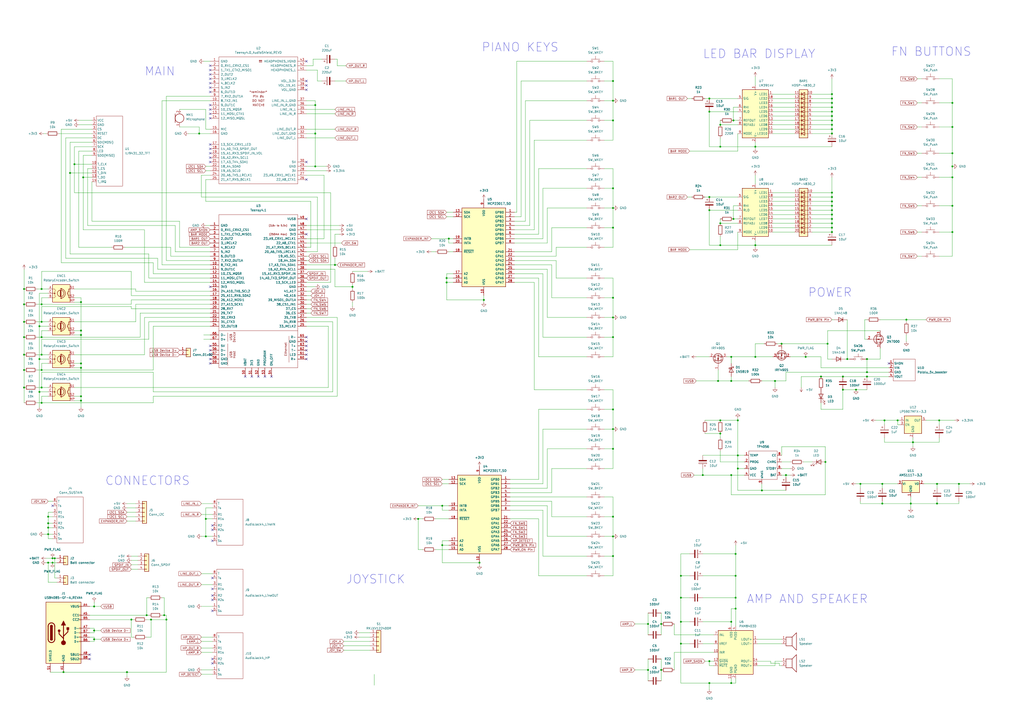
<source format=kicad_sch>
(kicad_sch (version 20211123) (generator eeschema)
  (paper "A2")
  (title_block (title "Teensy Grovebox Design"))
  (junction (at 43.18 95.25))
  (junction (at 552.45 119.38))
  (junction (at 355.6 311.15))
  (junction (at 417.83 85.09))
  (junction (at 424.18 360.68))
  (junction (at 194.31 153.67))
  (junction (at 36.83 389.89))
  (junction (at 46.99 213.36))
  (junction (at 482.6 127))
  (junction (at 480.06 199.39))
  (junction (at 13.97 186.69))
  (junction (at 411.48 57.15))
  (junction (at 438.15 142.24))
  (junction (at 426.72 353.06))
  (junction (at 525.78 185.42))
  (junction (at 482.6 69.85))
  (junction (at 394.97 373.38))
  (junction (at 22.86 227.33))
  (junction (at 449.58 220.98))
  (junction (at 520.7 243.84))
  (junction (at 552.45 134.62))
  (junction (at 256.54 293.37))
  (junction (at 552.45 102.87))
  (junction (at 411.48 383.54))
  (junction (at 488.95 218.44))
  (junction (at 46.99 191.77))
  (junction (at 513.08 243.84))
  (junction (at 355.6 120.65))
  (junction (at 496.57 226.06))
  (junction (at 22.86 208.28))
  (junction (at 482.6 129.54))
  (junction (at 411.48 114.3))
  (junction (at 375.92 361.95))
  (junction (at 24.13 205.74))
  (junction (at 425.45 127))
  (junction (at 411.48 64.77))
  (junction (at 544.83 243.84))
  (junction (at 85.09 356.87))
  (junction (at 543.56 292.1))
  (junction (at 355.6 184.15))
  (junction (at 278.13 326.39))
  (junction (at 27.94 303.53))
  (junction (at 417.83 243.84))
  (junction (at 552.45 96.52))
  (junction (at 476.25 218.44))
  (junction (at 54.61 351.79))
  (junction (at 426.72 346.71))
  (junction (at 417.83 251.46))
  (junction (at 259.08 161.29))
  (junction (at 13.97 167.64))
  (junction (at 40.64 100.33))
  (junction (at 394.97 346.71))
  (junction (at 13.97 205.74))
  (junction (at 427.99 271.78))
  (junction (at 48.26 102.87))
  (junction (at 453.39 199.39))
  (junction (at 73.66 389.89))
  (junction (at 76.2 359.41))
  (junction (at 482.6 111.76))
  (junction (at 46.99 194.31))
  (junction (at 182.88 60.96))
  (junction (at 27.94 306.07))
  (junction (at 491.49 208.28))
  (junction (at 529.59 256.54))
  (junction (at 552.45 59.69))
  (junction (at 242.57 300.99))
  (junction (at 417.83 129.54))
  (junction (at 427.99 264.16))
  (junction (at 24.13 176.53))
  (junction (at 22.86 189.23))
  (junction (at 499.11 280.67))
  (junction (at 30.48 323.85))
  (junction (at 13.97 214.63))
  (junction (at 31.75 323.85))
  (junction (at 119.38 311.15))
  (junction (at 355.6 69.85))
  (junction (at 467.36 207.01))
  (junction (at 355.6 46.99))
  (junction (at 424.18 275.59))
  (junction (at 182.88 96.52))
  (junction (at 407.67 275.59))
  (junction (at 383.54 361.95))
  (junction (at 482.6 74.93))
  (junction (at 455.93 275.59))
  (junction (at 46.99 210.82))
  (junction (at 24.13 233.68))
  (junction (at 13.97 176.53))
  (junction (at 427.99 243.84))
  (junction (at 482.6 62.23))
  (junction (at 256.54 316.23))
  (junction (at 355.6 237.49))
  (junction (at 355.6 172.72))
  (junction (at 482.6 121.92))
  (junction (at 204.47 166.37))
  (junction (at 482.6 116.84))
  (junction (at 511.81 292.1))
  (junction (at 115.57 77.47))
  (junction (at 552.45 88.9))
  (junction (at 355.6 248.92))
  (junction (at 394.97 360.68))
  (junction (at 478.79 267.97))
  (junction (at 426.72 334.01))
  (junction (at 425.45 69.85))
  (junction (at 417.83 72.39))
  (junction (at 46.99 175.26))
  (junction (at 54.61 370.84))
  (junction (at 426.72 321.31))
  (junction (at 355.6 132.08))
  (junction (at 13.97 195.58))
  (junction (at 482.6 114.3))
  (junction (at 375.92 388.62))
  (junction (at 482.6 77.47))
  (junction (at 482.6 57.15))
  (junction (at 54.61 365.76))
  (junction (at 24.13 214.63))
  (junction (at 13.97 224.79))
  (junction (at 502.92 218.44))
  (junction (at 482.6 64.77))
  (junction (at 438.15 207.01))
  (junction (at 355.6 322.58))
  (junction (at 24.13 186.69))
  (junction (at 24.13 195.58))
  (junction (at 482.6 67.31))
  (junction (at 417.83 142.24))
  (junction (at 46.99 229.87))
  (junction (at 280.67 173.99))
  (junction (at 482.6 59.69))
  (junction (at 482.6 119.38))
  (junction (at 355.6 109.22))
  (junction (at 259.08 163.83))
  (junction (at 87.63 359.41))
  (junction (at 482.6 124.46))
  (junction (at 355.6 260.35))
  (junction (at 355.6 195.58))
  (junction (at 394.97 334.01))
  (junction (at 424.18 220.98))
  (junction (at 24.13 167.64))
  (junction (at 355.6 58.42))
  (junction (at 27.94 299.72))
  (junction (at 27.94 309.88))
  (junction (at 383.54 388.62))
  (junction (at 30.48 326.39))
  (junction (at 441.96 284.48))
  (junction (at 416.56 220.98))
  (junction (at 482.6 132.08))
  (junction (at 438.15 85.09))
  (junction (at 482.6 134.62))
  (junction (at 528.32 292.1))
  (junction (at 182.88 77.47))
  (junction (at 95.25 356.87))
  (junction (at 511.81 280.67))
  (junction (at 502.92 208.28))
  (junction (at 482.6 54.61))
  (junction (at 24.13 224.79))
  (junction (at 556.26 280.67))
  (junction (at 355.6 299.72))
  (junction (at 27.94 326.39))
  (junction (at 411.48 396.24))
  (junction (at 424.18 207.01))
  (junction (at 96.52 359.41))
  (junction (at 119.38 300.99))
  (junction (at 411.48 121.92))
  (junction (at 424.18 396.24))
  (junction (at 46.99 232.41))
  (junction (at 488.95 226.06))
  (junction (at 260.35 138.43))
  (junction (at 552.45 73.66))
  (junction (at 543.56 280.67))
  (junction (at 502.92 215.9))
  (junction (at 482.6 72.39))
  (no_connect (at 177.8 35.56))
  (no_connect (at 123.19 335.28))
  (no_connect (at 177.8 135.89))
  (no_connect (at 515.62 210.82))
  (no_connect (at 121.92 208.28))
  (no_connect (at 121.92 210.82))
  (no_connect (at 121.92 205.74))
  (no_connect (at 121.92 166.37))
  (no_connect (at 121.92 43.18))
  (no_connect (at 121.92 40.64))
  (no_connect (at 121.92 38.1))
  (no_connect (at 121.92 63.5))
  (no_connect (at 121.92 60.96))
  (no_connect (at 121.92 68.58))
  (no_connect (at 121.92 66.04))
  (no_connect (at 121.92 53.34))
  (no_connect (at 121.92 50.8))
  (no_connect (at 121.92 48.26))
  (no_connect (at 121.92 45.72))
  (no_connect (at 123.19 341.63))
  (no_connect (at 123.19 345.44))
  (no_connect (at 123.19 347.98))
  (no_connect (at 123.19 354.33))
  (no_connect (at 123.19 313.69))
  (no_connect (at 123.19 307.34))
  (no_connect (at 123.19 304.8))
  (no_connect (at 123.19 384.81))
  (no_connect (at 142.24 218.44))
  (no_connect (at 146.05 218.44))
  (no_connect (at 153.67 218.44))
  (no_connect (at 149.86 218.44))
  (no_connect (at 177.8 203.2))
  (no_connect (at 177.8 205.74))
  (no_connect (at 157.48 218.44))
  (no_connect (at 121.92 203.2))
  (no_connect (at 121.92 200.66))
  (no_connect (at 177.8 200.66))
  (no_connect (at 177.8 208.28))
  (no_connect (at 177.8 195.58))
  (no_connect (at 177.8 198.12))
  (no_connect (at 30.48 293.37))
  (no_connect (at 52.07 379.73))
  (no_connect (at 52.07 382.27))
  (no_connect (at 177.8 52.07))
  (no_connect (at 123.19 382.27))
  (no_connect (at 177.8 127))
  (no_connect (at 177.8 104.14))
  (no_connect (at 177.8 93.98))
  (no_connect (at 121.92 93.98))
  (no_connect (at 177.8 49.53))
  (no_connect (at 177.8 46.99))
  (no_connect (at 121.92 91.44))
  (no_connect (at 121.92 88.9))
  (no_connect (at 121.92 86.36))
  (no_connect (at 121.92 83.82))
  (wire (pts (xy 27.94 303.53) (xy 27.94 306.07)))
  (wire (pts (xy 259.08 163.83) (xy 259.08 173.99)))
  (wire (pts (xy 177.8 166.37) (xy 182.88 166.37)))
  (wire (pts (xy 204.47 166.37) (xy 204.47 167.64)))
  (wire (pts (xy 260.35 146.05) (xy 262.89 146.05)))
  (wire (pts (xy 471.17 77.47) (xy 482.6 77.47)))
  (wire (pts (xy 525.78 194.31) (xy 525.78 198.12)))
  (wire (pts (xy 194.31 135.89) (xy 194.31 142.24)))
  (wire (pts (xy 322.58 161.29) (xy 340.36 161.29)))
  (wire (pts (xy 552.45 96.52) (xy 552.45 88.9)))
  (wire (pts (xy 482.6 67.31) (xy 482.6 64.77)))
  (wire (pts (xy 121.92 104.14) (xy 119.38 104.14)))
  (wire (pts (xy 204.47 165.1) (xy 204.47 166.37)))
  (wire (pts (xy 488.95 226.06) (xy 496.57 226.06)))
  (wire (pts (xy 482.6 69.85) (xy 482.6 67.31)))
  (wire (pts (xy 298.45 146.05) (xy 320.04 146.05)))
  (wire (pts (xy 13.97 224.79) (xy 13.97 233.68)))
  (wire (pts (xy 417.83 267.97) (xy 431.8 267.97)))
  (wire (pts (xy 302.26 125.73) (xy 302.26 46.99)))
  (wire (pts (xy 448.31 67.31) (xy 461.01 67.31)))
  (wire (pts (xy 43.18 167.64) (xy 78.74 167.64)))
  (wire (pts (xy 453.39 259.08) (xy 478.79 259.08)))
  (wire (pts (xy 427.99 264.16) (xy 427.99 271.78)))
  (wire (pts (xy 88.9 227.33) (xy 193.04 227.33)))
  (wire (pts (xy 24.13 195.58) (xy 81.28 195.58)))
  (wire (pts (xy 394.97 334.01) (xy 394.97 346.71)))
  (wire (pts (xy 544.83 73.66) (xy 552.45 73.66)))
  (wire (pts (xy 491.49 208.28) (xy 492.76 208.28)))
  (wire (pts (xy 104.14 63.5) (xy 119.38 63.5)))
  (wire (pts (xy 190.5 189.23) (xy 177.8 189.23)))
  (wire (pts (xy 482.6 72.39) (xy 482.6 69.85)))
  (wire (pts (xy 355.6 58.42) (xy 355.6 46.99)))
  (wire (pts (xy 407.67 321.31) (xy 426.72 321.31)))
  (wire (pts (xy 22.86 170.18) (xy 22.86 189.23)))
  (wire (pts (xy 83.82 184.15) (xy 121.92 184.15)))
  (wire (pts (xy 40.64 147.32) (xy 86.36 147.32)))
  (wire (pts (xy 177.8 156.21) (xy 194.31 156.21)))
  (wire (pts (xy 21.59 205.74) (xy 24.13 205.74)))
  (wire (pts (xy 482.6 57.15) (xy 482.6 54.61)))
  (wire (pts (xy 259.08 161.29) (xy 262.89 161.29)))
  (wire (pts (xy 24.13 233.68) (xy 88.9 233.68)))
  (wire (pts (xy 496.57 280.67) (xy 499.11 280.67)))
  (wire (pts (xy 295.91 278.13) (xy 312.42 278.13)))
  (wire (pts (xy 453.39 267.97) (xy 458.47 267.97)))
  (wire (pts (xy 88.9 214.63) (xy 88.9 189.23)))
  (wire (pts (xy 320.04 146.05) (xy 320.04 132.08)))
  (wire (pts (xy 312.42 278.13) (xy 312.42 237.49)))
  (wire (pts (xy 480.06 191.77) (xy 480.06 199.39)))
  (wire (pts (xy 513.08 254) (xy 513.08 256.54)))
  (wire (pts (xy 552.45 73.66) (xy 552.45 59.69)))
  (wire (pts (xy 426.72 316.23) (xy 426.72 321.31)))
  (wire (pts (xy 438.15 142.24) (xy 482.6 142.24)))
  (wire (pts (xy 544.83 45.72) (xy 552.45 45.72)))
  (wire (pts (xy 194.31 166.37) (xy 204.47 166.37)))
  (wire (pts (xy 118.11 194.31) (xy 121.92 194.31)))
  (wire (pts (xy 298.45 153.67) (xy 320.04 153.67)))
  (wire (pts (xy 38.1 149.86) (xy 91.44 149.86)))
  (wire (pts (xy 407.67 334.01) (xy 426.72 334.01)))
  (wire (pts (xy 416.56 220.98) (xy 424.18 220.98)))
  (wire (pts (xy 40.64 100.33) (xy 40.64 147.32)))
  (wire (pts (xy 482.6 74.93) (xy 482.6 72.39)))
  (wire (pts (xy 48.26 133.35) (xy 83.82 133.35)))
  (wire (pts (xy 298.45 123.19) (xy 299.72 123.19)))
  (wire (pts (xy 476.25 237.49) (xy 476.25 233.68)))
  (wire (pts (xy 177.8 66.04) (xy 194.31 66.04)))
  (wire (pts (xy 407.67 346.71) (xy 426.72 346.71)))
  (wire (pts (xy 58.42 370.84) (xy 54.61 370.84)))
  (wire (pts (xy 455.93 275.59) (xy 458.47 275.59)))
  (wire (pts (xy 78.74 186.69) (xy 78.74 176.53)))
  (wire (pts (xy 21.59 167.64) (xy 24.13 167.64)))
  (wire (pts (xy 355.6 161.29) (xy 355.6 172.72)))
  (wire (pts (xy 193.04 227.33) (xy 193.04 186.69)))
  (wire (pts (xy 417.83 127) (xy 417.83 129.54)))
  (wire (pts (xy 453.39 271.78) (xy 458.47 271.78)))
  (wire (pts (xy 52.07 364.49) (xy 54.61 364.49)))
  (wire (pts (xy 355.6 207.01) (xy 355.6 195.58)))
  (wire (pts (xy 256.54 316.23) (xy 260.35 316.23)))
  (wire (pts (xy 295.91 295.91) (xy 314.96 295.91)))
  (wire (pts (xy 304.8 128.27) (xy 304.8 58.42)))
  (wire (pts (xy 43.18 85.09) (xy 43.18 95.25)))
  (wire (pts (xy 242.57 318.77) (xy 245.11 318.77)))
  (wire (pts (xy 449.58 383.54) (xy 453.39 383.54)))
  (wire (pts (xy 476.25 213.36) (xy 515.62 213.36)))
  (wire (pts (xy 427.99 284.48) (xy 427.99 271.78)))
  (wire (pts (xy 375.92 382.27) (xy 375.92 388.62)))
  (wire (pts (xy 76.2 322.58) (xy 80.01 322.58)))
  (wire (pts (xy 525.78 185.42) (xy 537.21 185.42)))
  (wire (pts (xy 312.42 97.79) (xy 340.36 97.79)))
  (wire (pts (xy 27.94 306.07) (xy 30.48 306.07)))
  (wire (pts (xy 177.8 58.42) (xy 182.88 58.42)))
  (wire (pts (xy 116.84 332.74) (xy 123.19 332.74)))
  (wire (pts (xy 93.98 346.71) (xy 95.25 346.71)))
  (wire (pts (xy 177.8 77.47) (xy 182.88 77.47)))
  (wire (pts (xy 508 243.84) (xy 513.08 243.84)))
  (wire (pts (xy 45.72 72.39) (xy 53.34 72.39)))
  (wire (pts (xy 116.84 378.46) (xy 123.19 378.46)))
  (wire (pts (xy 447.04 383.54) (xy 447.04 384.81)))
  (wire (pts (xy 25.4 309.88) (xy 27.94 309.88)))
  (wire (pts (xy 355.6 132.08) (xy 355.6 120.65)))
  (wire (pts (xy 471.17 114.3) (xy 482.6 114.3)))
  (wire (pts (xy 383.54 382.27) (xy 383.54 388.62)))
  (wire (pts (xy 304.8 58.42) (xy 340.36 58.42)))
  (wire (pts (xy 194.31 46.99) (xy 200.66 46.99)))
  (wire (pts (xy 72.39 143.51) (xy 99.06 143.51)))
  (wire (pts (xy 194.31 153.67) (xy 195.58 153.67)))
  (wire (pts (xy 535.94 280.67) (xy 543.56 280.67)))
  (wire (pts (xy 43.18 224.79) (xy 190.5 224.79)))
  (wire (pts (xy 411.48 396.24) (xy 411.48 400.05)))
  (wire (pts (xy 43.18 213.36) (xy 46.99 213.36)))
  (wire (pts (xy 355.6 334.01) (xy 355.6 322.58)))
  (wire (pts (xy 52.07 367.03) (xy 54.61 367.03)))
  (wire (pts (xy 482.6 119.38) (xy 482.6 116.84)))
  (wire (pts (xy 417.83 129.54) (xy 427.99 129.54)))
  (wire (pts (xy 27.94 205.74) (xy 24.13 205.74)))
  (wire (pts (xy 13.97 167.64) (xy 13.97 176.53)))
  (wire (pts (xy 77.47 359.41) (xy 76.2 359.41)))
  (wire (pts (xy 521.97 246.38) (xy 520.7 246.38)))
  (wire (pts (xy 476.25 218.44) (xy 488.95 218.44)))
  (wire (pts (xy 447.04 384.81) (xy 452.12 384.81)))
  (wire (pts (xy 417.83 137.16) (xy 417.83 142.24)))
  (wire (pts (xy 24.13 215.9) (xy 88.9 215.9)))
  (wire (pts (xy 116.84 292.1) (xy 123.19 292.1)))
  (wire (pts (xy 58.42 365.76) (xy 54.61 365.76)))
  (wire (pts (xy 86.36 161.29) (xy 121.92 161.29)))
  (wire (pts (xy 53.34 80.01) (xy 38.1 80.01)))
  (wire (pts (xy 96.52 359.41) (xy 87.63 359.41)))
  (wire (pts (xy 513.08 243.84) (xy 520.7 243.84)))
  (wire (pts (xy 317.5 140.97) (xy 317.5 120.65)))
  (wire (pts (xy 448.31 54.61) (xy 461.01 54.61)))
  (wire (pts (xy 471.17 129.54) (xy 482.6 129.54)))
  (wire (pts (xy 448.31 64.77) (xy 461.01 64.77)))
  (wire (pts (xy 467.36 207.01) (xy 476.25 207.01)))
  (wire (pts (xy 391.16 378.46) (xy 414.02 378.46)))
  (wire (pts (xy 181.61 38.1) (xy 181.61 34.29)))
  (wire (pts (xy 391.16 378.46) (xy 391.16 388.62)))
  (wire (pts (xy 448.31 111.76) (xy 461.01 111.76)))
  (wire (pts (xy 295.91 285.75) (xy 320.04 285.75)))
  (wire (pts (xy 177.8 60.96) (xy 182.88 60.96)))
  (wire (pts (xy 355.6 97.79) (xy 355.6 109.22)))
  (wire (pts (xy 464.82 218.44) (xy 476.25 218.44)))
  (wire (pts (xy 280.67 171.45) (xy 280.67 173.99)))
  (wire (pts (xy 199.39 372.11) (xy 214.63 372.11)))
  (wire (pts (xy 118.11 196.85) (xy 121.92 196.85)))
  (wire (pts (xy 38.1 80.01) (xy 38.1 149.86)))
  (wire (pts (xy 299.72 123.19) (xy 299.72 35.56)))
  (wire (pts (xy 298.45 163.83) (xy 309.88 163.83)))
  (wire (pts (xy 177.8 96.52) (xy 182.88 96.52)))
  (wire (pts (xy 259.08 163.83) (xy 262.89 163.83)))
  (wire (pts (xy 383.54 355.6) (xy 383.54 361.95)))
  (wire (pts (xy 543.56 280.67) (xy 543.56 283.21)))
  (wire (pts (xy 511.81 292.1) (xy 511.81 290.83)))
  (wire (pts (xy 426.72 393.7) (xy 426.72 396.24)))
  (wire (pts (xy 27.94 229.87) (xy 24.13 229.87)))
  (wire (pts (xy 448.31 74.93) (xy 461.01 74.93)))
  (wire (pts (xy 182.88 96.52) (xy 189.23 96.52)))
  (wire (pts (xy 73.66 389.89) (xy 96.52 389.89)))
  (wire (pts (xy 499.11 280.67) (xy 511.81 280.67)))
  (wire (pts (xy 411.48 396.24) (xy 394.97 396.24)))
  (wire (pts (xy 424.18 396.24) (xy 411.48 396.24)))
  (wire (pts (xy 478.79 259.08) (xy 478.79 267.97)))
  (wire (pts (xy 116.84 388.62) (xy 123.19 388.62)))
  (wire (pts (xy 73.66 294.64) (xy 78.74 294.64)))
  (wire (pts (xy 537.21 243.84) (xy 544.83 243.84)))
  (wire (pts (xy 24.13 214.63) (xy 88.9 214.63)))
  (wire (pts (xy 350.52 161.29) (xy 355.6 161.29)))
  (wire (pts (xy 204.47 175.26) (xy 204.47 177.8)))
  (wire (pts (xy 403.86 207.01) (xy 411.48 207.01)))
  (wire (pts (xy 40.64 100.33) (xy 53.34 100.33)))
  (wire (pts (xy 177.8 179.07) (xy 180.34 179.07)))
  (wire (pts (xy 394.97 321.31) (xy 394.97 334.01)))
  (wire (pts (xy 355.6 322.58) (xy 355.6 311.15)))
  (wire (pts (xy 76.2 177.8) (xy 76.2 179.07)))
  (wire (pts (xy 317.5 260.35) (xy 340.36 260.35)))
  (wire (pts (xy 511.81 292.1) (xy 528.32 292.1)))
  (wire (pts (xy 24.13 191.77) (xy 24.13 195.58)))
  (wire (pts (xy 355.6 237.49) (xy 350.52 237.49)))
  (wire (pts (xy 298.45 156.21) (xy 317.5 156.21)))
  (wire (pts (xy 482.6 77.47) (xy 482.6 74.93)))
  (wire (pts (xy 407.67 275.59) (xy 424.18 275.59)))
  (wire (pts (xy 411.48 85.09) (xy 417.83 85.09)))
  (wire (pts (xy 471.17 64.77) (xy 482.6 64.77)))
  (wire (pts (xy 317.5 311.15) (xy 340.36 311.15)))
  (wire (pts (xy 252.73 300.99) (xy 260.35 300.99)))
  (wire (pts (xy 355.6 143.51) (xy 355.6 132.08)))
  (wire (pts (xy 295.91 290.83) (xy 320.04 290.83)))
  (wire (pts (xy 260.35 140.97) (xy 262.89 140.97)))
  (wire (pts (xy 177.8 173.99) (xy 180.34 173.99)))
  (wire (pts (xy 471.17 121.92) (xy 482.6 121.92)))
  (wire (pts (xy 478.79 287.02) (xy 424.18 287.02)))
  (wire (pts (xy 426.72 346.71) (xy 426.72 353.06)))
  (wire (pts (xy 448.31 114.3) (xy 461.01 114.3)))
  (wire (pts (xy 314.96 322.58) (xy 340.36 322.58)))
  (wire (pts (xy 458.47 207.01) (xy 467.36 207.01)))
  (wire (pts (xy 417.83 251.46) (xy 417.83 254)))
  (wire (pts (xy 513.08 256.54) (xy 529.59 256.54)))
  (wire (pts (xy 177.8 153.67) (xy 194.31 153.67)))
  (wire (pts (xy 424.18 207.01) (xy 438.15 207.01)))
  (wire (pts (xy 13.97 205.74) (xy 13.97 214.63)))
  (wire (pts (xy 177.8 74.93) (xy 194.31 74.93)))
  (wire (pts (xy 448.31 124.46) (xy 461.01 124.46)))
  (wire (pts (xy 194.31 156.21) (xy 194.31 166.37)))
  (wire (pts (xy 448.31 77.47) (xy 461.01 77.47)))
  (wire (pts (xy 54.61 351.79) (xy 52.07 351.79)))
  (wire (pts (xy 46.99 191.77) (xy 46.99 194.31)))
  (wire (pts (xy 544.83 254) (xy 544.83 256.54)))
  (wire (pts (xy 314.96 138.43) (xy 314.96 109.22)))
  (wire (pts (xy 375.92 361.95) (xy 375.92 355.6)))
  (wire (pts (xy 350.52 311.15) (xy 355.6 311.15)))
  (wire (pts (xy 262.89 158.75) (xy 259.08 158.75)))
  (wire (pts (xy 116.84 369.57) (xy 123.19 369.57)))
  (wire (pts (xy 391.16 368.3) (xy 414.02 368.3)))
  (wire (pts (xy 73.66 392.43) (xy 73.66 389.89)))
  (wire (pts (xy 350.52 260.35) (xy 355.6 260.35)))
  (wire (pts (xy 417.83 142.24) (xy 438.15 142.24)))
  (wire (pts (xy 48.26 90.17) (xy 48.26 102.87)))
  (wire (pts (xy 184.15 40.64) (xy 184.15 46.99)))
  (wire (pts (xy 76.2 157.48) (xy 76.2 171.45)))
  (wire (pts (xy 448.31 62.23) (xy 461.01 62.23)))
  (wire (pts (xy 511.81 283.21) (xy 511.81 280.67)))
  (wire (pts (xy 426.72 353.06) (xy 426.72 363.22)))
  (wire (pts (xy 73.66 297.18) (xy 78.74 297.18)))
  (wire (pts (xy 482.6 59.69) (xy 482.6 57.15)))
  (wire (pts (xy 438.15 82.55) (xy 438.15 85.09)))
  (wire (pts (xy 104.14 73.66) (xy 115.57 73.66)))
  (wire (pts (xy 482.6 102.87) (xy 482.6 111.76)))
  (wire (pts (xy 298.45 140.97) (xy 317.5 140.97)))
  (wire (pts (xy 544.83 148.59) (xy 552.45 148.59)))
  (wire (pts (xy 402.59 275.59) (xy 407.67 275.59)))
  (wire (pts (xy 427.99 284.48) (xy 441.96 284.48)))
  (wire (pts (xy 400.05 87.63) (xy 427.99 87.63)))
  (wire (pts (xy 118.11 35.56) (xy 121.92 35.56)))
  (wire (pts (xy 27.94 172.72) (xy 24.13 172.72)))
  (wire (pts (xy 27.94 312.42) (xy 27.94 309.88)))
  (wire (pts (xy 482.6 208.28) (xy 480.06 208.28)))
  (wire (pts (xy 86.36 196.85) (xy 86.36 186.69)))
  (wire (pts (xy 88.9 189.23) (xy 121.92 189.23)))
  (wire (pts (xy 190.5 224.79) (xy 190.5 189.23)))
  (wire (pts (xy 43.18 186.69) (xy 78.74 186.69)))
  (wire (pts (xy 439.42 373.38) (xy 453.39 373.38)))
  (wire (pts (xy 181.61 34.29) (xy 186.69 34.29)))
  (wire (pts (xy 184.15 114.3) (xy 184.15 146.05)))
  (wire (pts (xy 482.6 54.61) (xy 471.17 54.61)))
  (wire (pts (xy 408.94 57.15) (xy 411.48 57.15)))
  (wire (pts (xy 421.64 207.01) (xy 424.18 207.01)))
  (wire (pts (xy 54.61 364.49) (xy 54.61 365.76)))
  (wire (pts (xy 93.98 356.87) (xy 95.25 356.87)))
  (wire (pts (xy 119.38 96.52) (xy 121.92 96.52)))
  (wire (pts (xy 259.08 123.19) (xy 262.89 123.19)))
  (wire (pts (xy 93.98 58.42) (xy 121.92 58.42)))
  (wire (pts (xy 96.52 359.41) (xy 96.52 389.89)))
  (wire (pts (xy 317.5 293.37) (xy 317.5 311.15)))
  (wire (pts (xy 499.11 290.83) (xy 499.11 292.1)))
  (wire (pts (xy 427.99 271.78) (xy 431.8 271.78)))
  (wire (pts (xy 298.45 138.43) (xy 314.96 138.43)))
  (wire (pts (xy 450.85 199.39) (xy 453.39 199.39)))
  (wire (pts (xy 307.34 130.81) (xy 307.34 69.85)))
  (wire (pts (xy 95.25 346.71) (xy 95.25 356.87)))
  (wire (pts (xy 78.74 167.64) (xy 78.74 168.91)))
  (wire (pts (xy 532.13 119.38) (xy 534.67 119.38)))
  (wire (pts (xy 427.99 243.84) (xy 427.99 264.16)))
  (wire (pts (xy 119.38 294.64) (xy 119.38 300.99)))
  (wire (pts (xy 482.6 64.77) (xy 482.6 62.23)))
  (wire (pts (xy 355.6 120.65) (xy 355.6 109.22)))
  (wire (pts (xy 208.28 369.57) (xy 214.63 369.57)))
  (wire (pts (xy 187.96 101.6) (xy 177.8 101.6)))
  (wire (pts (xy 54.61 367.03) (xy 54.61 365.76)))
  (wire (pts (xy 424.18 275.59) (xy 431.8 275.59)))
  (wire (pts (xy 104.14 128.27) (xy 104.14 143.51)))
  (wire (pts (xy 177.8 130.81) (xy 196.85 130.81)))
  (wire (pts (xy 439.42 383.54) (xy 447.04 383.54)))
  (wire (pts (xy 350.52 132.08) (xy 355.6 132.08)))
  (wire (pts (xy 471.17 132.08) (xy 482.6 132.08)))
  (wire (pts (xy 250.19 138.43) (xy 260.35 138.43)))
  (wire (pts (xy 81.28 181.61) (xy 121.92 181.61)))
  (wire (pts (xy 21.59 224.79) (xy 24.13 224.79)))
  (wire (pts (xy 407.67 271.78) (xy 407.67 275.59)))
  (wire (pts (xy 256.54 295.91) (xy 256.54 293.37)))
  (wire (pts (xy 438.15 139.7) (xy 438.15 142.24)))
  (wire (pts (xy 27.94 303.53) (xy 30.48 303.53)))
  (wire (pts (xy 350.52 97.79) (xy 355.6 97.79)))
  (wire (pts (xy 53.34 87.63) (xy 45.72 87.63)))
  (wire (pts (xy 528.32 288.29) (xy 528.32 292.1)))
  (wire (pts (xy 556.26 292.1) (xy 543.56 292.1)))
  (wire (pts (xy 314.96 158.75) (xy 314.96 195.58)))
  (wire (pts (xy 116.84 339.09) (xy 123.19 339.09)))
  (wire (pts (xy 29.21 389.89) (xy 36.83 389.89)))
  (wire (pts (xy 544.83 243.84) (xy 544.83 246.38)))
  (wire (pts (xy 482.6 45.72) (xy 482.6 54.61)))
  (wire (pts (xy 482.6 85.09) (xy 438.15 85.09)))
  (wire (pts (xy 400.05 144.78) (xy 427.99 144.78)))
  (wire (pts (xy 307.34 69.85) (xy 340.36 69.85)))
  (wire (pts (xy 350.52 226.06) (xy 355.6 226.06)))
  (wire (pts (xy 502.92 196.85) (xy 501.65 196.85)))
  (wire (pts (xy 43.18 232.41) (xy 46.99 232.41)))
  (wire (pts (xy 93.98 153.67) (xy 121.92 153.67)))
  (wire (pts (xy 177.8 133.35) (xy 196.85 133.35)))
  (wire (pts (xy 350.52 120.65) (xy 355.6 120.65)))
  (wire (pts (xy 256.54 313.69) (xy 256.54 316.23)))
  (wire (pts (xy 180.34 143.51) (xy 177.8 143.51)))
  (wire (pts (xy 45.72 143.51) (xy 64.77 143.51)))
  (wire (pts (xy 317.5 156.21) (xy 317.5 184.15)))
  (wire (pts (xy 438.15 207.01) (xy 448.31 207.01)))
  (wire (pts (xy 350.52 288.29) (xy 355.6 288.29)))
  (wire (pts (xy 46.99 172.72) (xy 46.99 175.26)))
  (wire (pts (xy 52.07 372.11) (xy 54.61 372.11)))
  (wire (pts (xy 532.13 134.62) (xy 534.67 134.62)))
  (wire (pts (xy 54.61 369.57) (xy 54.61 370.84)))
  (wire (pts (xy 488.95 226.06) (xy 488.95 237.49)))
  (wire (pts (xy 502.92 218.44) (xy 515.62 218.44)))
  (wire (pts (xy 448.31 69.85) (xy 461.01 69.85)))
  (wire (pts (xy 398.78 114.3) (xy 401.32 114.3)))
  (wire (pts (xy 24.13 224.79) (xy 24.13 215.9)))
  (wire (pts (xy 96.52 151.13) (xy 121.92 151.13)))
  (wire (pts (xy 298.45 125.73) (xy 302.26 125.73)))
  (wire (pts (xy 499.11 292.1) (xy 511.81 292.1)))
  (wire (pts (xy 204.47 157.48) (xy 213.36 157.48)))
  (wire (pts (xy 482.6 132.08) (xy 482.6 129.54)))
  (wire (pts (xy 368.3 361.95) (xy 375.92 361.95)))
  (wire (pts (xy 322.58 151.13) (xy 322.58 161.29)))
  (wire (pts (xy 411.48 114.3) (xy 427.99 114.3)))
  (wire (pts (xy 453.39 275.59) (xy 455.93 275.59)))
  (wire (pts (xy 471.17 74.93) (xy 482.6 74.93)))
  (wire (pts (xy 455.93 275.59) (xy 455.93 276.86)))
  (wire (pts (xy 13.97 214.63) (xy 13.97 224.79)))
  (wire (pts (xy 528.32 292.1) (xy 543.56 292.1)))
  (wire (pts (xy 491.49 185.42) (xy 491.49 208.28)))
  (wire (pts (xy 438.15 199.39) (xy 438.15 207.01)))
  (wire (pts (xy 556.26 290.83) (xy 556.26 292.1)))
  (wire (pts (xy 317.5 283.21) (xy 317.5 260.35)))
  (wire (pts (xy 411.48 121.92) (xy 411.48 142.24)))
  (wire (pts (xy 208.28 367.03) (xy 214.63 367.03)))
  (wire (pts (xy 27.94 186.69) (xy 24.13 186.69)))
  (wire (pts (xy 252.73 318.77) (xy 260.35 318.77)))
  (wire (pts (xy 27.94 297.18) (xy 27.94 299.72)))
  (wire (pts (xy 411.48 383.54) (xy 414.02 383.54)))
  (wire (pts (xy 50.8 130.81) (xy 101.6 130.81)))
  (wire (pts (xy 256.54 280.67) (xy 260.35 280.67)))
  (wire (pts (xy 400.05 321.31) (xy 394.97 321.31)))
  (wire (pts (xy 259.08 158.75) (xy 259.08 161.29)))
  (wire (pts (xy 24.13 157.48) (xy 76.2 157.48)))
  (wire (pts (xy 76.2 327.66) (xy 80.01 327.66)))
  (wire (pts (xy 320.04 285.75) (xy 320.04 271.78)))
  (wire (pts (xy 471.17 116.84) (xy 482.6 116.84)))
  (wire (pts (xy 320.04 290.83) (xy 320.04 299.72)))
  (wire (pts (xy 309.88 81.28) (xy 340.36 81.28)))
  (wire (pts (xy 408.94 243.84) (xy 417.83 243.84)))
  (wire (pts (xy 295.91 293.37) (xy 317.5 293.37)))
  (wire (pts (xy 407.67 373.38) (xy 414.02 373.38)))
  (wire (pts (xy 394.97 373.38) (xy 400.05 373.38)))
  (wire (pts (xy 119.38 300.99) (xy 119.38 311.15)))
  (wire (pts (xy 109.22 77.47) (xy 115.57 77.47)))
  (wire (pts (xy 78.74 168.91) (xy 121.92 168.91)))
  (wire (pts (xy 182.88 60.96) (xy 182.88 77.47)))
  (wire (pts (xy 24.13 205.74) (xy 24.13 196.85)))
  (wire (pts (xy 355.6 271.78) (xy 355.6 260.35)))
  (wire (pts (xy 355.6 81.28) (xy 355.6 69.85)))
  (wire (pts (xy 116.84 351.79) (xy 123.19 351.79)))
  (wire (pts (xy 119.38 311.15) (xy 123.19 311.15)))
  (wire (pts (xy 76.2 176.53) (xy 76.2 173.99)))
  (wire (pts (xy 187.96 138.43) (xy 177.8 138.43)))
  (wire (pts (xy 529.59 254) (xy 529.59 256.54)))
  (wire (pts (xy 314.96 109.22) (xy 340.36 109.22)))
  (wire (pts (xy 48.26 102.87) (xy 48.26 133.35)))
  (wire (pts (xy 452.12 384.81) (xy 452.12 386.08)))
  (wire (pts (xy 30.48 323.85) (xy 31.75 323.85)))
  (wire (pts (xy 99.06 143.51) (xy 99.06 148.59)))
  (wire (pts (xy 34.29 77.47) (xy 53.34 77.47)))
  (wire (pts (xy 350.52 35.56) (xy 355.6 35.56)))
  (wire (pts (xy 101.6 130.81) (xy 101.6 146.05)))
  (wire (pts (xy 532.13 45.72) (xy 534.67 45.72)))
  (wire (pts (xy 76.2 359.41) (xy 52.07 359.41)))
  (wire (pts (xy 510.54 185.42) (xy 525.78 185.42)))
  (wire (pts (xy 184.15 46.99) (xy 186.69 46.99)))
  (wire (pts (xy 544.83 134.62) (xy 552.45 134.62)))
  (wire (pts (xy 54.61 349.25) (xy 54.61 351.79)))
  (wire (pts (xy 295.91 280.67) (xy 314.96 280.67)))
  (wire (pts (xy 182.88 77.47) (xy 182.88 96.52)))
  (wire (pts (xy 490.22 208.28) (xy 491.49 208.28)))
  (wire (pts (xy 425.45 62.23) (xy 425.45 69.85)))
  (wire (pts (xy 520.7 246.38) (xy 520.7 243.84)))
  (wire (pts (xy 86.36 346.71) (xy 85.09 346.71)))
  (wire (pts (xy 425.45 127) (xy 427.99 127)))
  (wire (pts (xy 302.26 46.99) (xy 340.36 46.99)))
  (wire (pts (xy 217.17 391.16) (xy 217.17 397.51)))
  (wire (pts (xy 13.97 176.53) (xy 13.97 186.69)))
  (wire (pts (xy 88.9 152.4) (xy 88.9 158.75)))
  (wire (pts (xy 403.86 220.98) (xy 416.56 220.98)))
  (wire (pts (xy 394.97 346.71) (xy 400.05 346.71)))
  (wire (pts (xy 86.36 356.87) (xy 85.09 356.87)))
  (wire (pts (xy 256.54 326.39) (xy 278.13 326.39)))
  (wire (pts (xy 355.6 195.58) (xy 355.6 184.15)))
  (wire (pts (xy 86.36 186.69) (xy 121.92 186.69)))
  (wire (pts (xy 543.56 292.1) (xy 543.56 290.83)))
  (wire (pts (xy 242.57 300.99) (xy 242.57 318.77)))
  (wire (pts (xy 552.45 45.72) (xy 552.45 59.69)))
  (wire (pts (xy 119.38 116.84) (xy 180.34 116.84)))
  (wire (pts (xy 417.83 72.39) (xy 427.99 72.39)))
  (wire (pts (xy 27.94 299.72) (xy 27.94 303.53)))
  (wire (pts (xy 438.15 44.45) (xy 438.15 49.53)))
  (wire (pts (xy 91.44 156.21) (xy 121.92 156.21)))
  (wire (pts (xy 496.57 226.06) (xy 502.92 226.06)))
  (wire (pts (xy 27.94 326.39) (xy 30.48 326.39)))
  (wire (pts (xy 544.83 119.38) (xy 552.45 119.38)))
  (wire (pts (xy 355.6 311.15) (xy 355.6 299.72)))
  (wire (pts (xy 520.7 243.84) (xy 521.97 243.84)))
  (wire (pts (xy 177.8 171.45) (xy 180.34 171.45)))
  (wire (pts (xy 391.16 361.95) (xy 391.16 368.3)))
  (wire (pts (xy 449.58 386.08) (xy 449.58 383.54)))
  (wire (pts (xy 76.2 173.99) (xy 121.92 173.99)))
  (wire (pts (xy 529.59 256.54) (xy 529.59 259.08)))
  (wire (pts (xy 556.26 280.67) (xy 556.26 283.21)))
  (wire (pts (xy 312.42 334.01) (xy 340.36 334.01)))
  (wire (pts (xy 309.88 226.06) (xy 340.36 226.06)))
  (wire (pts (xy 312.42 300.99) (xy 312.42 334.01)))
  (wire (pts (xy 438.15 101.6) (xy 438.15 106.68)))
  (wire (pts (xy 87.63 369.57) (xy 85.09 369.57)))
  (wire (pts (xy 83.82 205.74) (xy 83.82 184.15)))
  (wire (pts (xy 448.31 121.92) (xy 461.01 121.92)))
  (wire (pts (xy 426.72 334.01) (xy 426.72 346.71)))
  (wire (pts (xy 33.02 337.82) (xy 27.94 337.82)))
  (wire (pts (xy 424.18 353.06) (xy 426.72 353.06)))
  (wire (pts (xy 471.17 72.39) (xy 482.6 72.39)))
  (wire (pts (xy 414.02 386.08) (xy 411.48 386.08)))
  (wire (pts (xy 544.83 88.9) (xy 552.45 88.9)))
  (wire (pts (xy 54.61 372.11) (xy 54.61 370.84)))
  (wire (pts (xy 119.38 104.14) (xy 119.38 116.84)))
  (wire (pts (xy 448.31 57.15) (xy 461.01 57.15)))
  (wire (pts (xy 177.8 63.5) (xy 194.31 63.5)))
  (wire (pts (xy 73.66 292.1) (xy 78.74 292.1)))
  (wire (pts (xy 355.6 69.85) (xy 355.6 58.42)))
  (wire (pts (xy 482.6 129.54) (xy 482.6 127)))
  (wire (pts (xy 532.13 73.66) (xy 534.67 73.66)))
  (wire (pts (xy 53.34 97.79) (xy 50.8 97.79)))
  (wire (pts (xy 43.18 194.31) (xy 46.99 194.31)))
  (wire (pts (xy 27.94 210.82) (xy 24.13 210.82)))
  (wire (pts (xy 350.52 195.58) (xy 355.6 195.58)))
  (wire (pts (xy 87.63 359.41) (xy 85.09 359.41)))
  (wire (pts (xy 43.18 205.74) (xy 83.82 205.74)))
  (wire (pts (xy 532.13 59.69) (xy 534.67 59.69)))
  (wire (pts (xy 408.94 383.54) (xy 411.48 383.54)))
  (wire (pts (xy 21.59 233.68) (xy 24.13 233.68)))
  (wire (pts (xy 73.66 299.72) (xy 78.74 299.72)))
  (wire (pts (xy 499.11 280.67) (xy 499.11 283.21)))
  (wire (pts (xy 21.59 176.53) (xy 24.13 176.53)))
  (wire (pts (xy 424.18 218.44) (xy 424.18 220.98)))
  (wire (pts (xy 177.8 40.64) (xy 184.15 40.64)))
  (wire (pts (xy 350.52 271.78) (xy 355.6 271.78)))
  (wire (pts (xy 416.56 220.98) (xy 416.56 214.63)))
  (wire (pts (xy 322.58 143.51) (xy 340.36 143.51)))
  (wire (pts (xy 193.04 186.69) (xy 177.8 186.69)))
  (wire (pts (xy 24.13 196.85) (xy 86.36 196.85)))
  (wire (pts (xy 411.48 57.15) (xy 427.99 57.15)))
  (wire (pts (xy 46.99 191.77) (xy 43.18 191.77)))
  (wire (pts (xy 466.09 267.97) (xy 471.17 267.97)))
  (wire (pts (xy 260.35 313.69) (xy 256.54 313.69)))
  (wire (pts (xy 177.8 80.01) (xy 194.31 80.01)))
  (wire (pts (xy 24.13 229.87) (xy 24.13 233.68)))
  (wire (pts (xy 350.52 184.15) (xy 355.6 184.15)))
  (wire (pts (xy 368.3 388.62) (xy 375.92 388.62)))
  (wire (pts (xy 441.96 220.98) (xy 449.58 220.98)))
  (wire (pts (xy 350.52 207.01) (xy 355.6 207.01)))
  (wire (pts (xy 438.15 199.39) (xy 443.23 199.39)))
  (wire (pts (xy 43.18 111.76) (xy 191.77 111.76)))
  (wire (pts (xy 298.45 161.29) (xy 312.42 161.29)))
  (wire (pts (xy 177.8 38.1) (xy 181.61 38.1)))
  (wire (pts (xy 501.65 196.85) (xy 501.65 185.42)))
  (wire (pts (xy 27.94 208.28) (xy 22.86 208.28)))
  (wire (pts (xy 383.54 388.62) (xy 383.54 394.97)))
  (wire (pts (xy 298.45 128.27) (xy 304.8 128.27)))
  (wire (pts (xy 453.39 259.08) (xy 453.39 264.16)))
  (wire (pts (xy 83.82 133.35) (xy 83.82 163.83)))
  (wire (pts (xy 510.54 191.77) (xy 480.06 191.77)))
  (wire (pts (xy 177.8 168.91) (xy 180.34 168.91)))
  (wire (pts (xy 96.52 55.88) (xy 121.92 55.88)))
  (wire (pts (xy 24.13 157.48) (xy 24.13 167.64)))
  (wire (pts (xy 552.45 148.59) (xy 552.45 134.62)))
  (wire (pts (xy 312.42 135.89) (xy 312.42 97.79)))
  (wire (pts (xy 312.42 161.29) (xy 312.42 207.01)))
  (wire (pts (xy 24.13 176.53) (xy 76.2 176.53)))
  (wire (pts (xy 280.67 175.26) (xy 280.67 173.99)))
  (wire (pts (xy 424.18 220.98) (xy 434.34 220.98)))
  (wire (pts (xy 375.92 361.95) (xy 375.92 368.3)))
  (wire (pts (xy 259.08 173.99) (xy 280.67 173.99)))
  (wire (pts (xy 26.67 326.39) (xy 27.94 326.39)))
  (wire (pts (xy 441.96 284.48) (xy 455.93 284.48)))
  (wire (pts (xy 104.14 143.51) (xy 121.92 143.51)))
  (wire (pts (xy 532.13 88.9) (xy 534.67 88.9)))
  (wire (pts (xy 448.31 134.62) (xy 461.01 134.62)))
  (wire (pts (xy 195.58 184.15) (xy 177.8 184.15)))
  (wire (pts (xy 394.97 334.01) (xy 400.05 334.01)))
  (wire (pts (xy 464.82 218.44) (xy 464.82 224.79)))
  (wire (pts (xy 439.42 386.08) (xy 449.58 386.08)))
  (wire (pts (xy 407.67 264.16) (xy 427.99 264.16)))
  (wire (pts (xy 260.35 138.43) (xy 262.89 138.43)))
  (wire (pts (xy 21.59 214.63) (xy 24.13 214.63)))
  (wire (pts (xy 27.94 309.88) (xy 30.48 309.88)))
  (wire (pts (xy 93.98 58.42) (xy 93.98 153.67)))
  (wire (pts (xy 525.78 185.42) (xy 525.78 186.69)))
  (wire (pts (xy 532.13 102.87) (xy 534.67 102.87)))
  (wire (pts (xy 45.72 69.85) (xy 53.34 69.85)))
  (wire (pts (xy 482.6 114.3) (xy 482.6 111.76)))
  (wire (pts (xy 116.84 372.11) (xy 123.19 372.11)))
  (wire (pts (xy 449.58 220.98) (xy 455.93 220.98)))
  (wire (pts (xy 33.02 335.28) (xy 31.75 335.28)))
  (wire (pts (xy 46.99 210.82) (xy 46.99 213.36)))
  (wire (pts (xy 76.2 179.07) (xy 121.92 179.07)))
  (wire (pts (xy 184.15 146.05) (xy 177.8 146.05)))
  (wire (pts (xy 27.94 299.72) (xy 30.48 299.72)))
  (wire (pts (xy 115.57 77.47) (xy 121.92 77.47)))
  (wire (pts (xy 46.99 175.26) (xy 46.99 191.77)))
  (wire (pts (xy 350.52 248.92) (xy 355.6 248.92)))
  (wire (pts (xy 182.88 58.42) (xy 182.88 60.96)))
  (wire (pts (xy 298.45 133.35) (xy 309.88 133.35)))
  (wire (pts (xy 76.2 325.12) (xy 80.01 325.12)))
  (wire (pts (xy 355.6 226.06) (xy 355.6 237.49)))
  (wire (pts (xy 314.96 295.91) (xy 314.96 322.58)))
  (wire (pts (xy 355.6 109.22) (xy 350.52 109.22)))
  (wire (pts (xy 375.92 388.62) (xy 375.92 394.97)))
  (wire (pts (xy 398.78 57.15) (xy 401.32 57.15)))
  (wire (pts (xy 448.31 119.38) (xy 461.01 119.38)))
  (wire (pts (xy 256.54 316.23) (xy 256.54 326.39)))
  (wire (pts (xy 471.17 124.46) (xy 482.6 124.46)))
  (wire (pts (xy 116.84 298.45) (xy 123.19 298.45)))
  (wire (pts (xy 260.35 295.91) (xy 256.54 295.91)))
  (wire (pts (xy 177.8 151.13) (xy 179.07 151.13)))
  (wire (pts (xy 31.75 323.85) (xy 33.02 323.85)))
  (wire (pts (xy 85.09 346.71) (xy 85.09 356.87)))
  (wire (pts (xy 46.99 194.31) (xy 46.99 210.82)))
  (wire (pts (xy 448.31 127) (xy 461.01 127)))
  (wire (pts (xy 298.45 130.81) (xy 307.34 130.81)))
  (wire (pts (xy 53.34 128.27) (xy 104.14 128.27)))
  (wire (pts (xy 177.8 148.59) (xy 179.07 148.59)))
  (wire (pts (xy 53.34 90.17) (xy 48.26 90.17)))
  (wire (pts (xy 116.84 375.92) (xy 123.19 375.92)))
  (wire (pts (xy 256.54 293.37) (xy 260.35 293.37)))
  (wire (pts (xy 50.8 97.79) (xy 50.8 130.81)))
  (wire (pts (xy 350.52 322.58) (xy 355.6 322.58)))
  (wire (pts (xy 511.81 280.67) (xy 520.7 280.67)))
  (wire (pts (xy 322.58 148.59) (xy 322.58 143.51)))
  (wire (pts (xy 544.83 102.87) (xy 552.45 102.87)))
  (wire (pts (xy 427.99 62.23) (xy 425.45 62.23)))
  (wire (pts (xy 407.67 360.68) (xy 424.18 360.68)))
  (wire (pts (xy 54.61 351.79) (xy 58.42 351.79)))
  (wire (pts (xy 309.88 163.83) (xy 309.88 226.06)))
  (wire (pts (xy 35.56 152.4) (xy 88.9 152.4)))
  (wire (pts (xy 27.94 224.79) (xy 24.13 224.79)))
  (wire (pts (xy 448.31 59.69) (xy 461.01 59.69)))
  (wire (pts (xy 482.6 111.76) (xy 471.17 111.76)))
  (wire (pts (xy 417.83 69.85) (xy 417.83 72.39)))
  (wire (pts (xy 314.96 195.58) (xy 340.36 195.58)))
  (wire (pts (xy 312.42 207.01) (xy 340.36 207.01)))
  (wire (pts (xy 27.94 290.83) (xy 30.48 290.83)))
  (wire (pts (xy 53.34 82.55) (xy 40.64 82.55)))
  (wire (pts (xy 116.84 114.3) (xy 184.15 114.3)))
  (wire (pts (xy 314.96 280.67) (xy 314.96 248.92)))
  (wire (pts (xy 187.96 101.6) (xy 187.96 138.43)))
  (wire (pts (xy 471.17 62.23) (xy 482.6 62.23)))
  (wire (pts (xy 259.08 161.29) (xy 259.08 163.83)))
  (wire (pts (xy 95.25 356.87) (xy 96.52 356.87)))
  (wire (pts (xy 27.94 170.18) (xy 22.86 170.18)))
  (wire (pts (xy 350.52 81.28) (xy 355.6 81.28)))
  (wire (pts (xy 425.45 69.85) (xy 427.99 69.85)))
  (wire (pts (xy 471.17 134.62) (xy 482.6 134.62)))
  (wire (pts (xy 320.04 271.78) (xy 340.36 271.78)))
  (wire (pts (xy 427.99 242.57) (xy 427.99 243.84)))
  (wire (pts (xy 355.6 288.29) (xy 355.6 299.72)))
  (wire (pts (xy 383.54 361.95) (xy 383.54 368.3)))
  (wire (pts (xy 417.83 85.09) (xy 438.15 85.09)))
  (wire (pts (xy 88.9 233.68) (xy 88.9 229.87)))
  (wire (pts (xy 532.13 148.59) (xy 534.67 148.59)))
  (wire (pts (xy 21.59 195.58) (xy 24.13 195.58)))
  (wire (pts (xy 36.83 389.89) (xy 73.66 389.89)))
  (wire (pts (xy 76.2 359.41) (xy 76.2 369.57)))
  (wire (pts (xy 355.6 35.56) (xy 355.6 46.99)))
  (wire (pts (xy 25.4 77.47) (xy 26.67 77.47)))
  (wire (pts (xy 242.57 293.37) (xy 256.54 293.37)))
  (wire (pts (xy 43.18 175.26) (xy 46.99 175.26)))
  (wire (pts (xy 43.18 229.87) (xy 46.99 229.87)))
  (wire (pts (xy 99.06 148.59) (xy 121.92 148.59)))
  (wire (pts (xy 45.72 87.63) (xy 45.72 143.51)))
  (wire (pts (xy 482.6 134.62) (xy 482.6 132.08)))
  (wire (pts (xy 452.12 386.08) (xy 453.39 386.08)))
  (wire (pts (xy 24.13 172.72) (xy 24.13 176.53)))
  (wire (pts (xy 552.45 119.38) (xy 552.45 134.62)))
  (wire (pts (xy 355.6 260.35) (xy 355.6 248.92)))
  (wire (pts (xy 52.07 369.57) (xy 54.61 369.57)))
  (wire (pts (xy 22.86 189.23) (xy 27.94 189.23)))
  (wire (pts (xy 24.13 177.8) (xy 76.2 177.8)))
  (wire (pts (xy 350.52 69.85) (xy 355.6 69.85)))
  (wire (pts (xy 40.64 82.55) (xy 40.64 100.33)))
  (wire (pts (xy 199.39 374.65) (xy 214.63 374.65)))
  (wire (pts (xy 295.91 300.99) (xy 312.42 300.99)))
  (wire (pts (xy 556.26 280.67) (xy 562.61 280.67)))
  (wire (pts (xy 24.13 186.69) (xy 24.13 177.8)))
  (wire (pts (xy 46.99 213.36) (xy 46.99 229.87)))
  (wire (pts (xy 43.18 172.72) (xy 46.99 172.72)))
  (wire (pts (xy 482.6 127) (xy 482.6 124.46)))
  (wire (pts (xy 119.38 300.99) (xy 123.19 300.99)))
  (wire (pts (xy 81.28 195.58) (xy 81.28 181.61)))
  (wire (pts (xy 298.45 148.59) (xy 322.58 148.59)))
  (wire (pts (xy 427.99 119.38) (xy 425.45 119.38)))
  (wire (pts (xy 424.18 287.02) (xy 424.18 275.59)))
  (wire (pts (xy 53.34 105.41) (xy 53.34 128.27)))
  (wire (pts (xy 552.45 102.87) (xy 552.45 119.38)))
  (wire (pts (xy 471.17 67.31) (xy 482.6 67.31)))
  (wire (pts (xy 91.44 149.86) (xy 91.44 156.21)))
  (wire (pts (xy 394.97 360.68) (xy 400.05 360.68)))
  (wire (pts (xy 88.9 229.87) (xy 195.58 229.87)))
  (wire (pts (xy 116.84 311.15) (xy 119.38 311.15)))
  (wire (pts (xy 116.84 101.6) (xy 116.84 114.3)))
  (wire (pts (xy 123.19 294.64) (xy 119.38 294.64)))
  (wire (pts (xy 119.38 63.5) (xy 119.38 74.93)))
  (wire (pts (xy 320.04 132.08) (xy 340.36 132.08)))
  (wire (pts (xy 552.45 59.69) (xy 544.83 59.69)))
  (wire (pts (xy 35.56 74.93) (xy 35.56 152.4)))
  (wire (pts (xy 320.04 153.67) (xy 320.04 172.72)))
  (wire (pts (xy 13.97 195.58) (xy 13.97 205.74)))
  (wire (pts (xy 510.54 208.28) (xy 502.92 208.28)))
  (wire (pts (xy 30.48 312.42) (xy 27.94 312.42)))
  (wire (pts (xy 355.6 184.15) (xy 355.6 172.72)))
  (wire (pts (xy 115.57 73.66) (xy 115.57 77.47)))
  (wire (pts (xy 501.65 185.42) (xy 502.92 185.42)))
  (wire (pts (xy 544.83 256.54) (xy 529.59 256.54)))
  (wire (pts (xy 22.86 236.22) (xy 22.86 227.33)))
  (wire (pts (xy 278.13 327.66) (xy 278.13 326.39)))
  (wire (pts (xy 256.54 278.13) (xy 260.35 278.13)))
  (wire (pts (xy 195.58 34.29) (xy 195.58 38.1)))
  (wire (pts (xy 408.94 251.46) (xy 417.83 251.46)))
  (wire (pts (xy 471.17 69.85) (xy 482.6 69.85)))
  (wire (pts (xy 417.83 80.01) (xy 417.83 85.09)))
  (wire (pts (xy 455.93 215.9) (xy 502.92 215.9)))
  (wire (pts (xy 116.84 391.16) (xy 123.19 391.16)))
  (wire (pts (xy 471.17 59.69) (xy 482.6 59.69)))
  (wire (pts (xy 510.54 201.93) (xy 510.54 208.28)))
  (wire (pts (xy 438.15 85.09) (xy 438.15 86.36)))
  (wire (pts (xy 177.8 176.53) (xy 180.34 176.53)))
  (wire (pts (xy 424.18 393.7) (xy 424.18 396.24)))
  (wire (pts (xy 295.91 288.29) (xy 340.36 288.29)))
  (wire (pts (xy 83.82 163.83) (xy 121.92 163.83)))
  (wire (pts (xy 426.72 396.24) (xy 424.18 396.24)))
  (wire (pts (xy 544.83 243.84) (xy 553.72 243.84)))
  (wire (pts (xy 88.9 215.9) (xy 88.9 227.33)))
  (wire (pts (xy 195.58 229.87) (xy 195.58 184.15)))
  (wire (pts (xy 298.45 158.75) (xy 314.96 158.75)))
  (wire (pts (xy 13.97 186.69) (xy 13.97 195.58)))
  (wire (pts (xy 471.17 127) (xy 482.6 127)))
  (wire (pts (xy 471.17 57.15) (xy 482.6 57.15)))
  (wire (pts (xy 191.77 163.83) (xy 177.8 163.83)))
  (wire (pts (xy 77.47 369.57) (xy 76.2 369.57)))
  (wire (pts (xy 195.58 38.1) (xy 200.66 38.1)))
  (wire (pts (xy 355.6 299.72) (xy 350.52 299.72)))
  (wire (pts (xy 448.31 116.84) (xy 461.01 116.84)))
  (wire (pts (xy 194.31 135.89) (xy 196.85 135.89)))
  (wire (pts (xy 119.38 99.06) (xy 121.92 99.06)))
  (wire (pts (xy 298.45 151.13) (xy 322.58 151.13)))
  (wire (pts (xy 453.39 199.39) (xy 480.06 199.39)))
  (wire (pts (xy 439.42 370.84) (xy 453.39 370.84)))
  (wire (pts (xy 427.99 134.62) (xy 427.99 144.78)))
  (wire (pts (xy 411.48 121.92) (xy 427.99 121.92)))
  (wire (pts (xy 417.83 243.84) (xy 427.99 243.84)))
  (wire (pts (xy 119.38 74.93) (xy 121.92 74.93)))
  (wire (pts (xy 449.58 220.98) (xy 449.58 224.79)))
  (wire (pts (xy 448.31 129.54) (xy 461.01 129.54)))
  (wire (pts (xy 480.06 208.28) (xy 480.06 199.39)))
  (wire (pts (xy 96.52 359.41) (xy 96.52 356.87)))
  (wire (pts (xy 355.6 248.92) (xy 355.6 237.49)))
  (wire (pts (xy 350.52 58.42) (xy 355.6 58.42)))
  (wire (pts (xy 191.77 111.76) (xy 191.77 163.83)))
  (wire (pts (xy 427.99 264.16) (xy 431.8 264.16)))
  (wire (pts (xy 317.5 184.15) (xy 340.36 184.15)))
  (wire (pts (xy 394.97 396.24) (xy 394.97 373.38)))
  (wire (pts (xy 424.18 360.68) (xy 424.18 363.22)))
  (wire (pts (xy 350.52 143.51) (xy 355.6 143.51)))
  (wire (pts (xy 513.08 243.84) (xy 513.08 246.38)))
  (wire (pts (xy 78.74 176.53) (xy 121.92 176.53)))
  (wire (pts (xy 482.6 185.42) (xy 483.87 185.42)))
  (wire (pts (xy 177.8 140.97) (xy 198.12 140.97)))
  (wire (pts (xy 250.19 146.05) (xy 252.73 146.05)))
  (wire (pts (xy 53.34 74.93) (xy 35.56 74.93)))
  (wire (pts (xy 417.83 267.97) (xy 417.83 261.62)))
  (wire (pts (xy 309.88 133.35) (xy 309.88 81.28)))
  (wire (pts (xy 298.45 135.89) (xy 312.42 135.89)))
  (wire (pts (xy 355.6 46.99) (xy 350.52 46.99)))
  (wire (pts (xy 27.94 306.07) (xy 27.94 309.88)))
  (wire (pts (xy 350.52 334.01) (xy 355.6 334.01)))
  (wire (pts (xy 119.38 130.81) (xy 121.92 130.81)))
  (wire (pts (xy 46.99 232.41) (xy 46.99 236.22)))
  (wire (pts (xy 46.99 229.87) (xy 46.99 232.41)))
  (wire (pts (xy 438.15 142.24) (xy 438.15 143.51)))
  (wire (pts (xy 312.42 237.49) (xy 340.36 237.49)))
  (wire (pts (xy 314.96 248.92) (xy 340.36 248.92)))
  (wire (pts (xy 73.66 302.26) (xy 78.74 302.26)))
  (wire (pts (xy 411.48 64.77) (xy 427.99 64.77)))
  (wire (pts (xy 411.48 142.24) (xy 417.83 142.24)))
  (wire (pts (xy 476.25 237.49) (xy 488.95 237.49)))
  (wire (pts (xy 177.8 181.61) (xy 180.34 181.61)))
  (wire (pts (xy 22.86 227.33) (xy 22.86 208.28)))
  (wire (pts (xy 424.18 207.01) (xy 424.18 210.82)))
  (wire (pts (xy 408.94 114.3) (xy 411.48 114.3)))
  (wire (pts (xy 194.31 34.29) (xy 195.58 34.29)))
  (wire (pts (xy 411.48 64.77) (xy 411.48 85.09)))
  (wire (pts (xy 502.92 215.9) (xy 515.62 215.9)))
  (wire (pts (xy 76.2 330.2) (xy 80.01 330.2)))
  (wire (pts (xy 528.32 292.1) (xy 528.32 294.64)))
  (wire (pts (xy 22.86 227.33) (xy 27.94 227.33)))
  (wire (pts (xy 295.91 283.21) (xy 317.5 283.21)))
  (wire (pts (xy 260.35 140.97) (xy 260.35 138.43)))
  (wire (pts (xy 13.97 156.21) (xy 13.97 167.64)))
  (wire (pts (xy 394.97 346.71) (xy 394.97 360.68)))
  (wire (pts (xy 317.5 120.65) (xy 340.36 120.65)))
  (wire (pts (xy 242.57 300.99) (xy 245.11 300.99)))
  (wire (pts (xy 43.18 95.25) (xy 53.34 95.25)))
  (wire (pts (xy 31.75 323.85) (xy 31.75 335.28)))
  (wire (pts (xy 425.45 119.38) (xy 425.45 127)))
  (wire (pts (xy 427.99 77.47) (xy 427.99 87.63)))
  (wire (pts (xy 424.18 360.68) (xy 424.18 353.06)))
  (wire (pts (xy 43.18 95.25) (xy 43.18 111.76)))
  (wire (pts (xy 502.92 208.28) (xy 502.92 215.9)))
  (wire (pts (xy 24.13 210.82) (xy 24.13 214.63)))
  (wire (pts (xy 455.93 215.9) (xy 455.93 220.98)))
  (wire (pts (xy 355.6 172.72) (xy 350.52 172.72)))
  (wire (pts (xy 552.45 102.87) (xy 552.45 96.52)))
  (wire (pts (xy 85.09 356.87) (xy 52.07 356.87)))
  (wire (pts (xy 441.96 280.67) (xy 441.96 284.48)))
  (wire (pts (xy 471.17 119.38) (xy 482.6 119.38)))
  (wire (pts (xy 394.97 360.68) (xy 394.97 373.38)))
  (wire (pts (xy 121.92 101.6) (xy 116.84 101.6)))
  (wire (pts (xy 22.86 208.28) (xy 22.86 189.23)))
  (wire (pts (xy 299.72 35.56) (xy 340.36 35.56)))
  (wire (pts (xy 27.94 326.39) (xy 27.94 337.82)))
  (wire (pts (xy 259.08 125.73) (xy 262.89 125.73)))
  (wire (pts (xy 482.6 62.23) (xy 482.6 59.69)))
  (wire (pts (xy 88.9 158.75) (xy 121.92 158.75)))
  (wire (pts (xy 411.48 386.08) (xy 411.48 383.54)))
  (wire (pts (xy 27.94 191.77) (xy 24.13 191.77)))
  (wire (pts (xy 26.67 323.85) (xy 30.48 323.85)))
  (wire (pts (xy 482.6 124.46) (xy 482.6 121.92)))
  (wire (pts (xy 48.26 102.87) (xy 53.34 102.87)))
  (wire (pts (xy 101.6 146.05) (xy 121.92 146.05)))
  (wire (pts (xy 320.04 299.72) (xy 340.36 299.72)))
  (wire (pts (xy 76.2 171.45) (xy 121.92 171.45)))
  (wire (pts (xy 86.36 147.32) (xy 86.36 161.29)))
  (wire (pts (xy 177.8 99.06) (xy 189.23 99.06)))
  (wire (pts (xy 320.04 172.72) (xy 340.36 172.72)))
  (wire (pts (xy 180.34 116.84) (xy 180.34 143.51)))
  (wire (pts (xy 552.45 88.9) (xy 552.45 73.66)))
  (wire (pts (xy 43.18 210.82) (xy 46.99 210.82)))
  (wire (pts (xy 21.59 186.69) (xy 24.13 186.69)))
  (wire (pts (xy 87.63 369.57) (xy 87.63 359.41)))
  (wire (pts (xy 199.39 377.19) (xy 214.63 377.19)))
  (wire (pts (xy 478.79 267.97) (xy 478.79 287.02)))
  (wire (pts (xy 482.6 121.92) (xy 482.6 119.38)))
  (wire (pts (xy 488.95 218.44) (xy 502.92 218.44)))
  (wire (pts (xy 476.25 207.01) (xy 476.25 213.36)))
  (wire (pts (xy 426.72 321.31) (xy 426.72 334.01)))
  (wire (pts (xy 448.31 72.39) (xy 461.01 72.39)))
  (wire (pts (xy 27.94 297.18) (xy 30.48 297.18)))
  (wire (pts (xy 27.94 167.64) (xy 24.13 167.64)))
  (wire (pts (xy 96.52 55.88) (xy 96.52 151.13)))
  (wire (pts (xy 543.56 280.67) (xy 556.26 280.67)))
  (wire (pts (xy 482.6 116.84) (xy 482.6 114.3)))
  (wire (pts (xy 53.34 85.09) (xy 43.18 85.09)))
  (wire (pts (xy 30.48 326.39) (xy 33.02 326.39)))
  (wire (pts (xy 194.31 149.86) (xy 194.31 153.67)))
  (wire (pts (xy 448.31 132.08) (xy 461.01 132.08)))
  (text "JOYSTICK" (at 200.66 339.09 0) (effects (font (size 5 5)) (justify left bottom)))
  (text "AMP AND SPEAKER" (at 433.07 350.52 0) (effects (font (size 5 5)) (justify left bottom)))
  (text "MAIN" (at 83.82 44.45 0) (effects (font (size 5 5)) (justify left bottom)))
  (text "FN BUTTONS" (at 516.89 33.02 0) (effects (font (size 5 5)) (justify left bottom)))
  (text "LED BAR DISPLAY" (at 407.67 34.29 0) (effects (font (size 5 5)) (justify left bottom)))
  (text "POWER" (at 468.63 172.72 0) (effects (font (size 5 5)) (justify left bottom)))
  (text "CONNECTORS" (at 60.96 281.94 0) (effects (font (size 5 5)) (justify left bottom)))
  (text "PIANO KEYS" (at 279.4 30.48 0) (effects (font (size 5 5)) (justify left bottom)))
  (global_label "FN_SW4" (shape input) (at 532.13 102.87 180) (property "Intersheet References" "${INTERSHEET_REFS}" (effects hide)))
  (global_label "USB Device D+" (shape input) (at 58.42 370.84 0) (property "Intersheet References" "${INTERSHEET_REFS}" (effects hide)))
  (global_label "FN_SW3" (shape input) (at 295.91 311.15 0) (property "Intersheet References" "${INTERSHEET_REFS}" (effects hide)))
  (global_label "EXPANDER_INT" (shape input) (at 242.57 293.37 180) (property "Intersheet References" "${INTERSHEET_REFS}" (effects hide)))
  (global_label "JOY_Y" (shape input) (at 180.34 171.45 0) (property "Intersheet References" "${INTERSHEET_REFS}" (effects hide)))
  (global_label "SPDIF_OUT" (shape input) (at 177.8 161.29 0) (property "Intersheet References" "${INTERSHEET_REFS}" (effects hide)))
  (global_label "AMP_SHDN" (shape input) (at 408.94 383.54 180) (property "Intersheet References" "${INTERSHEET_REFS}" (effects hide)))
  (global_label "LINE_IN_L" (shape input) (at 194.31 63.5 0) (property "Intersheet References" "${INTERSHEET_REFS}" (effects hide)))
  (global_label "JOY_X" (shape input) (at 180.34 168.91 0) (property "Intersheet References" "${INTERSHEET_REFS}" (effects hide)))
  (global_label "BAR2 OUT" (shape input) (at 121.92 140.97 180) (property "Intersheet References" "${INTERSHEET_REFS}" (effects hide)))
  (global_label "BAR1 OUT" (shape input) (at 398.78 57.15 180) (property "Intersheet References" "${INTERSHEET_REFS}" (effects hide)))
  (global_label "FN_SW6" (shape input) (at 532.13 134.62 180) (property "Intersheet References" "${INTERSHEET_REFS}" (effects hide)))
  (global_label "JOY_SW" (shape input) (at 199.39 377.19 180) (property "Intersheet References" "${INTERSHEET_REFS}" (effects hide)))
  (global_label "PWR_BTN Pin" (shape input) (at 295.91 316.23 0) (property "Intersheet References" "${INTERSHEET_REFS}" (effects hide)))
  (global_label "I2C1 SDA" (shape input) (at 259.08 123.19 180) (property "Intersheet References" "${INTERSHEET_REFS}" (effects hide)))
  (global_label "EXPANDER_INT" (shape input) (at 250.19 138.43 180) (property "Intersheet References" "${INTERSHEET_REFS}" (effects hide)))
  (global_label "FN_SW3" (shape input) (at 532.13 88.9 180) (property "Intersheet References" "${INTERSHEET_REFS}" (effects hide)))
  (global_label "HP_DETECT" (shape input) (at 116.84 391.16 180) (property "Intersheet References" "${INTERSHEET_REFS}" (effects hide)))
  (global_label "USB Device D+" (shape input) (at 104.14 203.2 180) (property "Intersheet References" "${INTERSHEET_REFS}" (effects hide)))
  (global_label "LINE_OUT_R" (shape input) (at 116.84 339.09 180) (property "Intersheet References" "${INTERSHEET_REFS}" (effects hide)))
  (global_label "VUSB" (shape input) (at 58.42 351.79 0) (property "Intersheet References" "${INTERSHEET_REFS}" (effects hide)))
  (global_label "FN_SW2" (shape input) (at 295.91 308.61 0) (property "Intersheet References" "${INTERSHEET_REFS}" (effects hide)))
  (global_label "FN_SW0" (shape input) (at 532.13 45.72 180) (property "Intersheet References" "${INTERSHEET_REFS}" (effects hide)))
  (global_label "VUSB" (shape input) (at 403.86 220.98 180) (property "Intersheet References" "${INTERSHEET_REFS}" (effects hide)))
  (global_label "FN_SW1" (shape input) (at 295.91 306.07 0) (property "Intersheet References" "${INTERSHEET_REFS}" (effects hide)))
  (global_label "SPDIF_OUT" (shape input) (at 76.2 330.2 180) (property "Intersheet References" "${INTERSHEET_REFS}" (effects hide)))
  (global_label "I2C1 SCL" (shape input) (at 179.07 148.59 0) (property "Intersheet References" "${INTERSHEET_REFS}" (effects hide)))
  (global_label "FN_SW7" (shape input) (at 532.13 148.59 180) (property "Intersheet References" "${INTERSHEET_REFS}" (effects hide)))
  (global_label "FN_SW5" (shape input) (at 180.34 176.53 0) (property "Intersheet References" "${INTERSHEET_REFS}" (effects hide)))
  (global_label "AMP_R" (shape input) (at 116.84 378.46 180) (property "Intersheet References" "${INTERSHEET_REFS}" (effects hide)))
  (global_label "USB Device D-" (shape input) (at 104.14 205.74 180) (property "Intersheet References" "${INTERSHEET_REFS}" (effects hide)))
  (global_label "BAR2 OUT" (shape input) (at 398.78 114.3 180) (property "Intersheet References" "${INTERSHEET_REFS}" (effects hide)))
  (global_label "FN_SW6" (shape input) (at 180.34 179.07 0) (property "Intersheet References" "${INTERSHEET_REFS}" (effects hide)))
  (global_label "I2C1 SDA" (shape input) (at 179.07 151.13 0) (property "Intersheet References" "${INTERSHEET_REFS}" (effects hide)))
  (global_label "FN_SW0" (shape input) (at 295.91 303.53 0) (property "Intersheet References" "${INTERSHEET_REFS}" (effects hide)))
  (global_label "I2C1 SDA" (shape input) (at 256.54 278.13 180) (property "Intersheet References" "${INTERSHEET_REFS}" (effects hide)))
  (global_label "JOY_X" (shape input) (at 199.39 372.11 180) (property "Intersheet References" "${INTERSHEET_REFS}" (effects hide)))
  (global_label "HP_OUT_R" (shape input) (at 200.66 38.1 0) (property "Intersheet References" "${INTERSHEET_REFS}" (effects hide)))
  (global_label "AMP_R" (shape input) (at 368.3 388.62 180) (property "Intersheet References" "${INTERSHEET_REFS}" (effects hide)))
  (global_label "SPDIF_IN" (shape input) (at 76.2 327.66 180) (property "Intersheet References" "${INTERSHEET_REFS}" (effects hide)))
  (global_label "HP_DETECT" (shape input) (at 295.91 313.69 0) (property "Intersheet References" "${INTERSHEET_REFS}" (effects hide)))
  (global_label "USB Device D-" (shape input) (at 58.42 365.76 0) (property "Intersheet References" "${INTERSHEET_REFS}" (effects hide)))
  (global_label "I2C1 SCL" (shape input) (at 73.66 299.72 180) (property "Intersheet References" "${INTERSHEET_REFS}" (effects hide)))
  (global_label "FN_SW4" (shape input) (at 180.34 173.99 0) (property "Intersheet References" "${INTERSHEET_REFS}" (effects hide)))
  (global_label "FN_SW1" (shape input) (at 532.13 59.69 180) (property "Intersheet References" "${INTERSHEET_REFS}" (effects hide)))
  (global_label "FN_SW7" (shape input) (at 180.34 181.61 0) (property "Intersheet References" "${INTERSHEET_REFS}" (effects hide)))
  (global_label "AMP_SHDN" (shape input) (at 121.92 133.35 180) (property "Intersheet References" "${INTERSHEET_REFS}" (effects hide)))
  (global_label "EXPANDER_INT" (shape input) (at 195.58 153.67 0) (property "Intersheet References" "${INTERSHEET_REFS}" (effects hide)))
  (global_label "EXPANDER_INT" (shape input) (at 73.66 302.26 180) (property "Intersheet References" "${INTERSHEET_REFS}" (effects hide)))
  (global_label "I2C1 SDA" (shape input) (at 73.66 297.18 180) (property "Intersheet References" "${INTERSHEET_REFS}" (effects hide)))
  (global_label "JOY_SW" (shape input) (at 27.94 290.83 180) (property "Intersheet References" "${INTERSHEET_REFS}" (effects hide)))
  (global_label "PWR_BTN Pin" (shape input) (at 482.6 185.42 180) (property "Intersheet References" "${INTERSHEET_REFS}" (effects hide)))
  (global_label "BAR1 OUT" (shape input) (at 121.92 138.43 180) (property "Intersheet References" "${INTERSHEET_REFS}" (effects hide)))
  (global_label "HP_OUT_L" (shape input) (at 116.84 369.57 180) (property "Intersheet References" "${INTERSHEET_REFS}" (effects hide)))
  (global_label "PWR_ON Pin" (shape input) (at 537.21 185.42 0) (property "Intersheet References" "${INTERSHEET_REFS}" (effects hide)))
  (global_label "LINE_IN_L" (shape input) (at 116.84 292.1 180) (property "Intersheet References" "${INTERSHEET_REFS}" (effects hide)))
  (global_label "JOY_Y" (shape input) (at 199.39 374.65 180) (property "Intersheet References" "${INTERSHEET_REFS}" (effects hide)))
  (global_label "BAR MODE" (shape input) (at 400.05 144.78 180) (property "Intersheet References" "${INTERSHEET_REFS}" (effects hide)))
  (global_label "BAR MODE" (shape input) (at 400.05 87.63 180) (property "Intersheet References" "${INTERSHEET_REFS}" (effects hide)))
  (global_label "AMP_L" (shape input) (at 368.3 361.95 180) (property "Intersheet References" "${INTERSHEET_REFS}" (effects hide)))
  (global_label "FN_SW2" (shape input) (at 532.13 73.66 180) (property "Intersheet References" "${INTERSHEET_REFS}" (effects hide)))
  (global_label "I2C1 SCL" (shape input) (at 259.08 125.73 180) (property "Intersheet References" "${INTERSHEET_REFS}" (effects hide)))
  (global_label "BAR MODE" (shape input) (at 121.92 135.89 180) (property "Intersheet References" "${INTERSHEET_REFS}" (effects hide)))
  (global_label "HP_OUT_L" (shape input) (at 200.66 46.99 0) (property "Intersheet References" "${INTERSHEET_REFS}" (effects hide)))
  (global_label "LINE_IN_R" (shape input) (at 116.84 298.45 180) (property "Intersheet References" "${INTERSHEET_REFS}" (effects hide)))
  (global_label "JOY_SW" (shape input) (at 198.12 140.97 0) (property "Intersheet References" "${INTERSHEET_REFS}" (effects hide)))
  (global_label "VUSB" (shape input) (at 402.59 275.59 180) (property "Intersheet References" "${INTERSHEET_REFS}" (effects hide)))
  (global_label "FN_SW5" (shape input) (at 532.13 119.38 180) (property "Intersheet References" "${INTERSHEET_REFS}" (effects hide)))
  (global_label "I2C1 SCL" (shape input) (at 256.54 280.67 180) (property "Intersheet References" "${INTERSHEET_REFS}" (effects hide)))
  (global_label "LINE_OUT_L" (shape input) (at 116.84 332.74 180) (property "Intersheet References" "${INTERSHEET_REFS}" (effects hide)))
  (global_label "LINE_IN_R" (shape input) (at 194.31 66.04 0) (property "Intersheet References" "${INTERSHEET_REFS}" (effects hide)))
  (global_label "AMP_L" (shape input) (at 116.84 372.11 180) (property "Intersheet References" "${INTERSHEET_REFS}" (effects hide)))
  (global_label "I2C1 SDA" (shape input) (at 119.38 96.52 180) (property "Intersheet References" "${INTERSHEET_REFS}" (effects hide)))
  (global_label "LINE_OUT_L" (shape input) (at 194.31 80.01 0) (property "Intersheet References" "${INTERSHEET_REFS}" (effects hide)))
  (global_label "LINE_OUT_R" (shape input) (at 194.31 74.93 0) (property "Intersheet References" "${INTERSHEET_REFS}" (effects hide)))
  (global_label "HP_OUT_R" (shape input) (at 116.84 375.92 180) (property "Intersheet References" "${INTERSHEET_REFS}" (effects hide)))
  (global_label "PWR_ON Pin" (shape input) (at 295.91 318.77 0) (property "Intersheet References" "${INTERSHEET_REFS}" (effects hide)))
  (global_label "SPDIF_IN" (shape input) (at 177.8 158.75 0) (property "Intersheet References" "${INTERSHEET_REFS}" (effects hide)))
  (global_label "I2C1 SCL" (shape input) (at 119.38 99.06 180) (property "Intersheet References" "${INTERSHEET_REFS}" (effects hide)))
  (symbol (lib_id "Device:R") (at 421.64 69.85 90) (unit 1)
    (property "Reference" "R30" (at 421.64 63.5 90))
    (property "Value" "1k" (at 421.64 66.04 90))
    (property "Footprint" "Resistor_SMD:R_1206_3216Metric_Pad1.30x1.75mm_HandSolder" (effects hide))
    (property "Spice_Primitive" "R" (effects hide))
    (property "Spice_Model" "10k" (effects hide))
    (property "Spice_Netlist_Enabled" "Y" (effects hide))
  )
  (symbol (lib_id "Switch:SW_Push") (at 345.44 69.85 0) (unit 1)
    (property "Reference" "SW4" (at 345.44 62.23 0))
    (property "Value" "SW_BKEY" (at 345.44 64.77 0))
    (property "Footprint" "Keebio-Parts:MX-Alps-Choc-1U-NoLED" (effects hide))
  )
  (symbol (lib_id "power:GND") (at 109.22 77.47 270) (unit 1)
    (property "Reference" "#PWR015" (effects hide))
    (property "Value" "GND" (at 105.41 77.4699 90) (effects (justify right)))
  )
  (symbol (lib_id "power:+3.3V") (at 562.61 280.67 270) (unit 1)
    (property "Reference" "#PWR064" (effects hide))
    (property "Value" "+3.3V" (at 566.42 280.6699 90) (effects (justify left)))
  )
  (symbol (lib_id "Device:R") (at 405.13 57.15 90) (unit 1)
    (property "Reference" "R23" (at 405.13 50.8 90))
    (property "Value" "1k" (at 405.13 53.34 90))
    (property "Footprint" "Resistor_SMD:R_1206_3216Metric_Pad1.30x1.75mm_HandSolder" (effects hide))
    (property "Spice_Primitive" "R" (effects hide))
    (property "Spice_Model" "10k" (effects hide))
    (property "Spice_Netlist_Enabled" "Y" (effects hide))
  )
  (symbol (lib_id "Device:R") (at 256.54 146.05 90) (unit 1)
    (property "Reference" "R20" (at 256.54 139.7 90))
    (property "Value" "10k" (at 256.54 142.24 90))
    (property "Footprint" "Resistor_SMD:R_1206_3216Metric_Pad1.30x1.75mm_HandSolder" (effects hide))
    (property "Spice_Primitive" "R" (effects hide))
    (property "Spice_Model" "10k" (effects hide))
    (property "Spice_Netlist_Enabled" "Y" (effects hide))
  )
  (symbol (lib_id "Device:R") (at 204.47 161.29 180) (unit 1)
    (property "Reference" "R16" (at 207.01 160.0199 0) (effects (justify right)))
    (property "Value" "100k" (at 207.01 162.5599 0) (effects (justify right)))
    (property "Footprint" "Resistor_SMD:R_1206_3216Metric_Pad1.30x1.75mm_HandSolder" (effects hide))
    (property "Spice_Primitive" "R" (effects hide))
    (property "Spice_Model" "10k" (effects hide))
    (property "Spice_Netlist_Enabled" "Y" (effects hide))
  )
  (symbol (lib_id "Transistor_FET:IRF4905") (at 416.56 209.55 90) (unit 1)
    (property "Reference" "Q1" (at 416.56 199.39 90))
    (property "Value" "IRF4905" (at 416.56 201.93 90))
    (property "Footprint" "Package_TO_SOT_THT:TO-220-3_Horizontal_TabDown" (effects hide))
    (property "Datasheet" "http://www.infineon.com/dgdl/irf4905.pdf?fileId=5546d462533600a4015355e32165197c" (effects hide))
  )
  (symbol (lib_id "Switch:SW_Push") (at 345.44 299.72 0) (unit 1)
    (property "Reference" "SW22" (at 345.44 292.1 0))
    (property "Value" "SW_WKEY" (at 345.44 294.64 0))
    (property "Footprint" "Keebio-Parts:MX-Alps-Choc-2U-NoLED" (effects hide))
  )
  (symbol (lib_id "Device:R") (at 447.04 199.39 90) (unit 1)
    (property "Reference" "R33" (at 447.04 193.04 90))
    (property "Value" "10k" (at 447.04 195.58 90))
    (property "Footprint" "Resistor_SMD:R_1206_3216Metric_Pad1.30x1.75mm_HandSolder" (effects hide))
    (property "Spice_Primitive" "R" (effects hide))
    (property "Spice_Model" "10k" (effects hide))
    (property "Spice_Netlist_Enabled" "Y" (effects hide))
  )
  (symbol (lib_id "power:GND") (at 280.67 175.26 0) (unit 1)
    (property "Reference" "#PWR036" (effects hide))
    (property "Value" "GND" (at 280.67 180.34 0))
  )
  (symbol (lib_id "Device:R") (at 417.83 247.65 180) (unit 1)
    (property "Reference" "R28" (at 420.37 246.3799 0) (effects (justify right)))
    (property "Value" "2.4k" (at 420.37 248.9199 0) (effects (justify right)))
    (property "Footprint" "Resistor_SMD:R_1206_3216Metric_Pad1.30x1.75mm_HandSolder" (effects hide))
    (property "Spice_Primitive" "R" (effects hide))
    (property "Spice_Model" "10k" (effects hide))
    (property "Spice_Netlist_Enabled" "Y" (effects hide))
  )
  (symbol (lib_id "power:+5V") (at 76.2 322.58 90) (unit 1)
    (property "Reference" "#PWR013" (effects hide))
    (property "Value" "+5V" (at 72.39 322.5799 90) (effects (justify left)))
  )
  (symbol (lib_id "Diode:1N4148") (at 486.41 208.28 180) (unit 1)
    (property "Reference" "D4" (at 486.41 201.93 0))
    (property "Value" "1N4148" (at 486.41 204.47 0))
    (property "Footprint" "Diode_THT:D_DO-35_SOD27_P7.62mm_Horizontal" (effects hide))
    (property "Datasheet" "https://assets.nexperia.com/documents/data-sheet/1N4148_1N4448.pdf" (effects hide))
  )
  (symbol (lib_id "Transistor_FET:IRF4905") (at 453.39 204.47 270) (unit 1)
    (property "Reference" "Q2" (at 453.39 212.09 90))
    (property "Value" "IRF4905" (at 453.39 214.63 90))
    (property "Footprint" "Package_TO_SOT_THT:TO-220-3_Horizontal_TabDown" (effects hide))
    (property "Datasheet" "http://www.infineon.com/dgdl/irf4905.pdf?fileId=5546d462533600a4015355e32165197c" (effects hide))
  )
  (symbol (lib_id "Connector_Generic:Conn_01x04") (at 85.09 325.12 0) (unit 1)
    (property "Reference" "J6" (at 87.63 325.1199 0) (effects (justify left)))
    (property "Value" "Conn_SPDIF" (at 87.63 327.6599 0) (effects (justify left)))
    (property "Footprint" "Connector_PinSocket_2.54mm:PinSocket_2x02_P2.54mm_Horizontal" (effects hide))
  )
  (symbol (lib_id "Device:R") (at 438.15 220.98 90) (unit 1)
    (property "Reference" "R32" (at 438.15 214.63 90))
    (property "Value" "100k" (at 438.15 217.17 90))
    (property "Footprint" "Resistor_SMD:R_1206_3216Metric_Pad1.30x1.75mm_HandSolder" (effects hide))
    (property "Spice_Primitive" "R" (effects hide))
    (property "Spice_Model" "10k" (effects hide))
    (property "Spice_Netlist_Enabled" "Y" (effects hide))
  )
  (symbol (lib_id "Switch:SW_Push") (at 345.44 46.99 0) (unit 1)
    (property "Reference" "SW2" (at 345.44 39.37 0))
    (property "Value" "SW_BKEY" (at 345.44 41.91 0))
    (property "Footprint" "Keebio-Parts:MX-Alps-Choc-1U-NoLED" (effects hide))
  )
  (symbol (lib_id "Device:R") (at 387.35 361.95 90) (unit 1)
    (property "Reference" "R21" (at 387.35 355.6 90))
    (property "Value" "10k" (at 387.35 358.14 90))
    (property "Footprint" "Resistor_SMD:R_1206_3216Metric_Pad1.30x1.75mm_HandSolder" (effects hide))
    (property "Spice_Primitive" "R" (effects hide))
    (property "Spice_Model" "10k" (effects hide))
    (property "Spice_Netlist_Enabled" "Y" (effects hide))
  )
  (symbol (lib_id "power:GND") (at 26.67 326.39 270) (unit 1)
    (property "Reference" "#PWR06" (effects hide))
    (property "Value" "GND" (at 22.86 326.3899 90) (effects (justify right)))
  )
  (symbol (lib_id "Switch:SW_Push") (at 345.44 132.08 0) (unit 1)
    (property "Reference" "SW9" (at 345.44 124.46 0))
    (property "Value" "SW_BKEY" (at 345.44 127 0))
    (property "Footprint" "Keebio-Parts:MX-Alps-Choc-1U-NoLED" (effects hide))
  )
  (symbol (lib_id "Connector_Generic:Conn_01x05") (at 83.82 297.18 0) (unit 1)
    (property "Reference" "J5" (at 86.36 295.9099 0) (effects (justify left)))
    (property "Value" "Conn_I2C" (at 86.36 298.4499 0) (effects (justify left)))
    (property "Footprint" "Connector_PinSocket_2.54mm:PinSocket_1x05_P2.54mm_Horizontal" (effects hide))
  )
  (symbol (lib_id "Switch:SW_Push") (at 345.44 288.29 0) (unit 1)
    (property "Reference" "SW21" (at 345.44 280.67 0))
    (property "Value" "SW_BKEY" (at 345.44 283.21 0))
    (property "Footprint" "Keebio-Parts:MX-Alps-Choc-1U-NoLED" (effects hide))
  )
  (symbol (lib_id "Device:R") (at 17.78 224.79 90) (unit 1)
    (property "Reference" "R7" (at 17.78 218.44 90))
    (property "Value" "10k" (at 17.78 220.98 90))
    (property "Footprint" "Resistor_SMD:R_1206_3216Metric_Pad1.30x1.75mm_HandSolder" (effects hide))
    (property "Spice_Primitive" "R" (effects hide))
    (property "Spice_Model" "10k" (effects hide))
    (property "Spice_Netlist_Enabled" "Y" (effects hide))
  )
  (symbol (lib_id "power:GND") (at 529.59 259.08 0) (unit 1)
    (property "Reference" "#PWR061" (effects hide))
    (property "Value" "GND" (at 529.59 264.16 0))
  )
  (symbol (lib_id "Connector_Generic:Conn_01x02") (at 38.1 335.28 0) (unit 1)
    (property "Reference" "J3" (at 40.64 335.2799 0) (effects (justify left)))
    (property "Value" "Batt connector" (at 40.64 337.8199 0) (effects (justify left)))
    (property "Footprint" "Connector_JST:JST_XH_S2B-XH-A-1_1x02_P2.50mm_Horizontal" (effects hide))
  )
  (symbol (lib_id "Connector_Generic:Conn_01x05") (at 219.71 372.11 0) (unit 1)
    (property "Reference" "S1" (at 219.71 361.95 0))
    (property "Value" "RKJXV122400R" (at 219.71 364.49 0))
    (property "Footprint" "Connector_PinHeader_2.54mm:PinHeader_1x05_P2.54mm_Vertical" (effects hide))
    (property "Description" "RKJXV122400R" (effects hide))
    (property "Height" "18.95" (effects hide))
    (property "Mouser Part Number" "688-RKJXV122400R" (effects hide))
    (property "Mouser Price/Stock" "https://www.mouser.co.uk/ProductDetail/ALPS/RKJXV122400R?qs=GedFDFLaBXEbB%252ByoOVwLBg%3D%3D" (effects hide))
    (property "Manufacturer_Name" "ALPS" (effects hide))
    (property "Manufacturer_Part_Number" "RKJXV122400R" (effects hide))
  )
  (symbol (lib_id "power:GND") (at 46.99 236.22 0) (unit 1)
    (property "Reference" "#PWR09" (effects hide))
    (property "Value" "GND" (at 46.99 241.3 0))
  )
  (symbol (lib_id "Device:C_Polarized") (at 190.5 46.99 90) (unit 1)
    (property "Reference" "C2" (at 189.611 39.37 90))
    (property "Value" "220uF" (at 189.611 41.91 90))
    (property "Footprint" "Capacitor_THT:CP_Radial_D8.0mm_P3.80mm" (effects hide))
  )
  (symbol (lib_id "Switch:SW_Push") (at 539.75 134.62 0) (unit 1)
    (property "Reference" "SW33" (at 539.75 127 0))
    (property "Value" "SW_Push" (at 539.75 129.54 0))
    (property "Footprint" "Button_Switch_THT:SW_PUSH-12mm" (effects hide))
  )
  (symbol (lib_id "power:GND") (at 73.66 294.64 270) (unit 1)
    (property "Reference" "#PWR011" (effects hide))
    (property "Value" "GND" (at 69.85 294.6399 90) (effects (justify right)))
  )
  (symbol (lib_id "Device:LED") (at 474.98 267.97 0) (unit 1)
    (property "Reference" "D2" (at 473.3925 261.62 0))
    (property "Value" "LED" (at 473.3925 264.16 0))
    (property "Footprint" "LED_SMD:LED_1206_3216Metric_Pad1.42x1.75mm_HandSolder" (effects hide))
  )
  (symbol (lib_id "power:GND") (at 116.84 311.15 270) (unit 1)
    (property "Reference" "#PWR016" (effects hide))
    (property "Value" "GND" (at 113.03 311.1499 90) (effects (justify right)))
  )
  (symbol (lib_id "Interface_Expansion:MCP23017_SS") (at 280.67 143.51 0) (unit 1)
    (property "Reference" "U5" (at 282.6894 115.57 0) (effects (justify left)))
    (property "Value" "MCP23017_SO" (at 282.6894 118.11 0) (effects (justify left)))
    (property "Footprint" "Package_SO:SSOP-28_5.3x10.2mm_P0.65mm" (effects hide))
    (property "Datasheet" "http://ww1.microchip.com/downloads/en/DeviceDoc/20001952C.pdf" (effects hide))
  )
  (symbol (lib_id "Device:C_Polarized") (at 411.48 60.96 0) (unit 1)
    (property "Reference" "C13" (at 415.29 58.8009 0) (effects (justify left)))
    (property "Value" "10uF" (at 415.29 61.3409 0) (effects (justify left)))
    (property "Footprint" "Capacitor_SMD:C_1206_3216Metric_Pad1.33x1.80mm_HandSolder" (effects hide))
  )
  (symbol (lib_id "power:+3.3V") (at 438.15 101.6 0) (unit 1)
    (property "Reference" "#PWR048" (effects hide))
    (property "Value" "+3.3V" (at 438.15 96.52 0))
  )
  (symbol (lib_id "power:GND") (at 22.86 236.22 0) (unit 1)
    (property "Reference" "#PWR02" (effects hide))
    (property "Value" "GND" (at 22.86 241.3 0))
  )
  (symbol (lib_id "Device:R") (at 17.78 214.63 90) (unit 1)
    (property "Reference" "R6" (at 17.78 208.28 90))
    (property "Value" "10k" (at 17.78 210.82 90))
    (property "Footprint" "Resistor_SMD:R_1206_3216Metric_Pad1.30x1.75mm_HandSolder" (effects hide))
    (property "Spice_Primitive" "R" (effects hide))
    (property "Spice_Model" "10k" (effects hide))
    (property "Spice_Netlist_Enabled" "Y" (effects hide))
  )
  (symbol (lib_id "Device:R") (at 248.92 318.77 90) (unit 1)
    (property "Reference" "R19" (at 248.92 312.42 90))
    (property "Value" "10k" (at 248.92 314.96 90))
    (property "Footprint" "Resistor_SMD:R_1206_3216Metric_Pad1.30x1.75mm_HandSolder" (effects hide))
    (property "Spice_Primitive" "R" (effects hide))
    (property "Spice_Model" "10k" (effects hide))
    (property "Spice_Netlist_Enabled" "Y" (effects hide))
  )
  (symbol (lib_id "Device:R") (at 525.78 190.5 180) (unit 1)
    (property "Reference" "R37" (at 528.32 189.2299 0) (effects (justify right)))
    (property "Value" "10k" (at 528.32 191.7699 0) (effects (justify right)))
    (property "Footprint" "Resistor_SMD:R_1206_3216Metric_Pad1.30x1.75mm_HandSolder" (effects hide))
    (property "Spice_Primitive" "R" (effects hide))
    (property "Spice_Model" "10k" (effects hide))
    (property "Spice_Netlist_Enabled" "Y" (effects hide))
  )
  (symbol (lib_id "5V_BOOST:Pololu_5v_booster") (at 524.51 203.2 0) (unit 1)
    (property "Reference" "U10" (at 532.13 213.3599 0) (effects (justify left)))
    (property "Value" "Pololu_5v_booster" (at 532.13 215.8999 0) (effects (justify left)))
    (property "Footprint" "OTHER:POLOLU_5V_BOOST" (effects hide))
  )
  (symbol (lib_id "power:+3.3V") (at 482.6 45.72 0) (unit 1)
    (property "Reference" "#PWR054" (effects hide))
    (property "Value" "+3.3V" (at 482.6 40.64 0))
  )
  (symbol (lib_id "Device:C_Polarized") (at 544.83 250.19 0) (unit 1)
    (property "Reference" "C24" (at 548.64 248.0309 0) (effects (justify left)))
    (property "Value" "1uF" (at 548.64 250.5709 0) (effects (justify left)))
    (property "Footprint" "Capacitor_SMD:C_1206_3216Metric_Pad1.33x1.80mm_HandSolder" (effects hide))
  )
  (symbol (lib_id "Switch:SW_Push") (at 539.75 73.66 0) (unit 1)
    (property "Reference" "SW29" (at 539.75 66.04 0))
    (property "Value" "SW_Push" (at 539.75 68.58 0))
    (property "Footprint" "Button_Switch_THT:SW_PUSH-12mm" (effects hide))
  )
  (symbol (lib_id "power:+5V") (at 426.72 316.23 0) (unit 1)
    (property "Reference" "#PWR044" (effects hide))
    (property "Value" "+5V" (at 429.26 314.9599 0) (effects (justify left)))
  )
  (symbol (lib_id "Switch:SW_Push") (at 345.44 195.58 0) (unit 1)
    (property "Reference" "SW14" (at 345.44 187.96 0))
    (property "Value" "SW_BKEY" (at 345.44 190.5 0))
    (property "Footprint" "Keebio-Parts:MX-Alps-Choc-1U-NoLED" (effects hide))
  )
  (symbol (lib_id "Switch:SW_Push") (at 345.44 260.35 0) (unit 1)
    (property "Reference" "SW19" (at 345.44 252.73 0))
    (property "Value" "SW_BKEY" (at 345.44 255.27 0))
    (property "Footprint" "Keebio-Parts:MX-Alps-Choc-1U-NoLED" (effects hide))
  )
  (symbol (lib_id "power:GND") (at 182.88 166.37 90) (unit 1)
    (property "Reference" "#PWR021" (effects hide))
    (property "Value" "GND" (at 186.69 166.3699 90) (effects (justify right)))
  )
  (symbol (lib_id "Switch:SW_Push") (at 345.44 226.06 0) (unit 1)
    (property "Reference" "SW16" (at 345.44 218.44 0))
    (property "Value" "SW_BKEY" (at 345.44 220.98 0))
    (property "Footprint" "Keebio-Parts:MX-Alps-Choc-1U-NoLED" (effects hide))
  )
  (symbol (lib_id "power:+5V") (at 196.85 130.81 270) (unit 1)
    (property "Reference" "#PWR024" (effects hide))
    (property "Value" "+5V" (at 200.66 130.8099 90) (effects (justify left)))
  )
  (symbol (lib_id "Device:C") (at 556.26 287.02 0) (unit 1)
    (property "Reference" "C25" (at 560.07 285.7499 0) (effects (justify left)))
    (property "Value" "100nF" (at 560.07 288.2899 0) (effects (justify left)))
    (property "Footprint" "Capacitor_SMD:C_1206_3216Metric_Pad1.33x1.80mm_HandSolder" (effects hide))
  )
  (symbol (lib_id "power:GND") (at 552.45 96.52 90) (unit 1)
    (property "Reference" "#PWR062" (effects hide))
    (property "Value" "GND" (at 556.26 96.5199 90) (effects (justify right)))
  )
  (symbol (lib_id "Device:C_Polarized") (at 482.6 138.43 0) (unit 1)
    (property "Reference" "C17" (at 486.41 136.2709 0) (effects (justify left)))
    (property "Value" "10uF" (at 486.41 138.8109 0) (effects (justify left)))
    (property "Footprint" "Capacitor_SMD:C_1206_3216Metric_Pad1.33x1.80mm_HandSolder" (effects hide))
  )
  (symbol (lib_id "Diode:1N5819") (at 424.18 214.63 270) (unit 1)
    (property "Reference" "D1" (at 426.72 213.0424 90) (effects (justify left)))
    (property "Value" "1N5819" (at 426.72 215.5824 90) (effects (justify left)))
    (property "Footprint" "Diode_THT:D_DO-41_SOD81_P10.16mm_Horizontal" (effects hide))
    (property "Datasheet" "http://www.vishay.com/docs/88525/1n5817.pdf" (effects hide))
  )
  (symbol (lib_id "Connector:USB_C_Receptacle_USB2.0") (at 36.83 367.03 0) (unit 1)
    (property "Reference" "J1" (at 36.83 344.17 0))
    (property "Value" "USB4085-GF-A_REVA4" (at 36.83 346.71 0))
    (property "Footprint" "Connector_USB:USB_C_Receptacle_HRO_TYPE-C-31-M-12" (effects hide))
    (property "Datasheet" "https://www.usb.org/sites/default/files/documents/usb_type-c.zip" (effects hide))
    (property "STANDARD" "Manufacturer Recommendations" (effects hide))
    (property "MANUFACTURER" "Global Connector Technology" (effects hide))
    (property "PARTREV" "A4" (effects hide))
    (property "MAXIMUM_PACKAGE_HEIGHT" "3.46mm" (effects hide))
  )
  (symbol (lib_id "Device:R") (at 194.31 146.05 180) (unit 1)
    (property "Reference" "R15" (at 196.85 144.7799 0) (effects (justify right)))
    (property "Value" "10k" (at 196.85 147.3199 0) (effects (justify right)))
    (property "Footprint" "Resistor_SMD:R_1206_3216Metric_Pad1.30x1.75mm_HandSolder" (effects hide))
    (property "Spice_Primitive" "R" (effects hide))
    (property "Spice_Model" "10k" (effects hide))
    (property "Spice_Netlist_Enabled" "Y" (effects hide))
  )
  (symbol (lib_id "Device:R") (at 17.78 205.74 90) (unit 1)
    (property "Reference" "R5" (at 17.78 199.39 90))
    (property "Value" "10k" (at 17.78 201.93 90))
    (property "Footprint" "Resistor_SMD:R_1206_3216Metric_Pad1.30x1.75mm_HandSolder" (effects hide))
    (property "Spice_Primitive" "R" (effects hide))
    (property "Spice_Model" "10k" (effects hide))
    (property "Spice_Netlist_Enabled" "Y" (effects hide))
  )
  (symbol (lib_id "power:GND") (at 355.6 58.42 90) (unit 1)
    (property "Reference" "#PWR037" (effects hide))
    (property "Value" "GND" (at 359.41 58.4199 90) (effects (justify right)))
  )
  (symbol (lib_id "Device:LED") (at 476.25 229.87 90) (unit 1)
    (property "Reference" "D3" (at 480.06 230.1874 90) (effects (justify right)))
    (property "Value" "LED" (at 480.06 232.7274 90) (effects (justify right)))
    (property "Footprint" "LED_SMD:LED_1206_3216Metric_Pad1.42x1.75mm_HandSolder" (effects hide))
  )
  (symbol (lib_id "power:+5V") (at 464.82 224.79 180) (unit 1)
    (property "Reference" "#PWR053" (effects hide))
    (property "Value" "+5V" (at 467.36 226.0599 0) (effects (justify right)))
  )
  (symbol (lib_id "power:+5V") (at 508 243.84 90) (unit 1)
    (property "Reference" "#PWR058" (effects hide))
    (property "Value" "+5V" (at 504.19 243.8399 90) (effects (justify left)))
  )
  (symbol (lib_id "Switch:SW_Push") (at 345.44 184.15 0) (unit 1)
    (property "Reference" "SW13" (at 345.44 176.53 0))
    (property "Value" "SW_WKEY" (at 345.44 179.07 0))
    (property "Footprint" "Keebio-Parts:MX-Alps-Choc-2U-NoLED" (effects hide))
  )
  (symbol (lib_id "power:GND") (at 189.23 96.52 90) (unit 1)
    (property "Reference" "#PWR022" (effects hide))
    (property "Value" "GND" (at 193.04 96.5199 90) (effects (justify right)))
  )
  (symbol (lib_id "power:GND") (at 119.38 130.81 270) (unit 1)
    (property "Reference" "#PWR020" (effects hide))
    (property "Value" "GND" (at 115.57 130.8099 90) (effects (justify right)))
  )
  (symbol (lib_id "power:PWR_FLAG") (at 54.61 349.25 0) (mirror y) (unit 1)
    (property "Reference" "#FLG03" (effects hide))
    (property "Value" "PWR_FLAG" (at 54.61 344.17 0))
  )
  (symbol (lib_id "power:GND") (at 25.4 309.88 270) (unit 1)
    (property "Reference" "#PWR04" (effects hide))
    (property "Value" "GND" (at 21.59 309.8799 90) (effects (justify right)))
  )
  (symbol (lib_id "Connector_Generic:Conn_01x02") (at 38.1 323.85 0) (unit 1)
    (property "Reference" "J2" (at 40.64 323.8499 0) (effects (justify left)))
    (property "Value" "Batt connector" (at 40.64 326.3899 0) (effects (justify left)))
    (property "Footprint" "Connector_JST:JST_XH_S2B-XH-A-1_1x02_P2.50mm_Horizontal" (effects hide))
  )
  (symbol (lib_id "Diode:1N4148") (at 487.68 185.42 180) (unit 1)
    (property "Reference" "D5" (at 487.68 179.07 0))
    (property "Value" "1N4148" (at 487.68 181.61 0))
    (property "Footprint" "Diode_THT:D_DO-35_SOD27_P7.62mm_Horizontal" (effects hide))
    (property "Datasheet" "https://assets.nexperia.com/documents/data-sheet/1N4148_1N4448.pdf" (effects hide))
  )
  (symbol (lib_id "power:GND") (at 196.85 133.35 90) (unit 1)
    (property "Reference" "#PWR025" (effects hide))
    (property "Value" "GND" (at 200.66 133.3499 90) (effects (justify right)))
  )
  (symbol (lib_id "power:+3.3V") (at 196.85 135.89 270) (unit 1)
    (property "Reference" "#PWR026" (effects hide))
    (property "Value" "+3.3V" (at 200.66 135.8899 90) (effects (justify left)))
  )
  (symbol (lib_id "power:+3.3VA") (at 189.23 99.06 270) (unit 1)
    (property "Reference" "#PWR023" (effects hide))
    (property "Value" "+3.3VA" (at 193.04 99.0599 90) (effects (justify left)))
  )
  (symbol (lib_id "Device:RotaryEncoder_Switch_mp") (at 35.56 189.23 0) (unit 1)
    (property "Reference" "ENC2" (at 35.56 179.07 0))
    (property "Value" "RotaryEncoder_Switch" (at 35.56 181.61 0))
    (property "Footprint" "Rotary_Encoder:RotaryEncoder_Alps_EC11E-Switch_Vertical_H20mm_CircularMountingHoles" (effects hide))
  )
  (symbol (lib_name "AudioJack4_AllSwitch_2") (lib_id "Connector:AudioJack4_AllSwitch") (at 133.35 325.12 0) (unit 1)
    (property "Reference" "J9" (at 142.24 342.2649 0) (effects (justify left)))
    (property "Value" "AudioJack4_LineOUT" (at 142.24 345.44 0) (effects (justify left)))
    (property "Footprint" "OTHER:PJ-35372" (effects hide))
  )
  (symbol (lib_id "LED:HDSP-4830_2") (at 466.09 67.31 180) (unit 1)
    (property "Reference" "BAR1" (at 466.09 46.99 0))
    (property "Value" "HDSP-4830_2" (at 466.09 49.53 0))
    (property "Footprint" "Display:HDSP-4830" (effects hide))
    (property "Datasheet" "https://docs.broadcom.com/docs/AV02-1798EN" (effects hide))
  )
  (symbol (lib_id "Device:C_Polarized") (at 513.08 250.19 0) (unit 1)
    (property "Reference" "C22" (at 516.89 248.0309 0) (effects (justify left)))
    (property "Value" "1uF" (at 516.89 250.5709 0) (effects (justify left)))
    (property "Footprint" "Capacitor_SMD:C_1206_3216Metric_Pad1.33x1.80mm_HandSolder" (effects hide))
  )
  (symbol (lib_id "Device:R") (at 248.92 300.99 90) (unit 1)
    (property "Reference" "R18" (at 248.92 294.64 90))
    (property "Value" "10k" (at 248.92 297.18 90))
    (property "Footprint" "Resistor_SMD:R_1206_3216Metric_Pad1.30x1.75mm_HandSolder" (effects hide))
    (property "Spice_Primitive" "R" (effects hide))
    (property "Spice_Model" "10k" (effects hide))
    (property "Spice_Netlist_Enabled" "Y" (effects hide))
  )
  (symbol (lib_id "Device:R") (at 417.83 257.81 180) (unit 1)
    (property "Reference" "R29" (at 420.37 256.5399 0) (effects (justify right)))
    (property "Value" "2.4k" (at 420.37 259.0799 0) (effects (justify right)))
    (property "Footprint" "Resistor_SMD:R_1206_3216Metric_Pad1.30x1.75mm_HandSolder" (effects hide))
    (property "Spice_Primitive" "R" (effects hide))
    (property "Spice_Model" "10k" (effects hide))
    (property "Spice_Netlist_Enabled" "Y" (effects hide))
  )
  (symbol (lib_id "Device:C") (at 379.73 368.3 270) (unit 1)
    (property "Reference" "C4" (at 379.73 360.68 90))
    (property "Value" "100nF" (at 379.73 363.22 90))
    (property "Footprint" "Capacitor_SMD:C_1206_3216Metric_Pad1.33x1.80mm_HandSolder" (effects hide))
  )
  (symbol (lib_id "Device:C_Polarized") (at 403.86 360.68 270) (unit 1)
    (property "Reference" "C10" (at 404.749 353.06 90))
    (property "Value" "1uF" (at 404.749 355.6 90))
    (property "Footprint" "Capacitor_SMD:C_1206_3216Metric_Pad1.33x1.80mm_HandSolder" (effects hide))
  )
  (symbol (lib_id "Device:C_Polarized") (at 403.86 373.38 270) (unit 1)
    (property "Reference" "C11" (at 404.749 365.76 90))
    (property "Value" "1uF" (at 404.749 368.3 90))
    (property "Footprint" "Capacitor_SMD:C_1206_3216Metric_Pad1.33x1.80mm_HandSolder" (effects hide))
  )
  (symbol (lib_id "Device:R") (at 90.17 346.71 90) (mirror x) (unit 1)
    (property "Reference" "R13" (at 90.17 340.36 90))
    (property "Value" "10k" (at 90.17 342.9 90))
    (property "Footprint" "Resistor_SMD:R_1206_3216Metric_Pad1.30x1.75mm_HandSolder" (effects hide))
    (property "Spice_Primitive" "R" (effects hide))
    (property "Spice_Model" "10k" (effects hide))
    (property "Spice_Netlist_Enabled" "Y" (effects hide))
  )
  (symbol (lib_id "power:GND") (at 355.6 311.15 90) (unit 1)
    (property "Reference" "#PWR041" (effects hide))
    (property "Value" "GND" (at 359.41 311.1499 90) (effects (justify right)))
  )
  (symbol (lib_id "power:+5V") (at 45.72 69.85 90) (unit 1)
    (property "Reference" "#PWR07" (effects hide))
    (property "Value" "+5V" (at 41.91 69.8499 90) (effects (justify left)))
  )
  (symbol (lib_id "Switch:SW_Push") (at 345.44 35.56 0) (unit 1)
    (property "Reference" "SW1" (at 345.44 27.94 0))
    (property "Value" "SW_WKEY" (at 345.44 30.48 0))
    (property "Footprint" "Keebio-Parts:MX-Alps-Choc-2U-NoLED" (effects hide))
  )
  (symbol (lib_id "power:+BATT") (at 458.47 275.59 270) (unit 1)
    (property "Reference" "#PWR052" (effects hide))
    (property "Value" "+BATT" (at 462.28 275.5899 90) (effects (justify left)))
  )
  (symbol (lib_id "power:GND") (at 73.66 392.43 0) (mirror y) (unit 1)
    (property "Reference" "#PWR012" (effects hide))
    (property "Value" "GND" (at 73.66 397.51 0))
  )
  (symbol (lib_id "power:+3.3V") (at 208.28 369.57 90) (unit 1)
    (property "Reference" "#PWR029" (effects hide))
    (property "Value" "+3.3V" (at 204.47 369.5699 90) (effects (justify left)))
  )
  (symbol (lib_id "Device:R") (at 421.64 127 90) (unit 1)
    (property "Reference" "R31" (at 421.64 120.65 90))
    (property "Value" "1k" (at 421.64 123.19 90))
    (property "Footprint" "Resistor_SMD:R_1206_3216Metric_Pad1.30x1.75mm_HandSolder" (effects hide))
    (property "Spice_Primitive" "R" (effects hide))
    (property "Spice_Model" "10k" (effects hide))
    (property "Spice_Netlist_Enabled" "Y" (effects hide))
  )
  (symbol (lib_id "power:+3.3V") (at 25.4 77.47 90) (unit 1)
    (property "Reference" "#PWR03" (effects hide))
    (property "Value" "+3.3V" (at 21.59 77.4699 90) (effects (justify left)))
  )
  (symbol (lib_id "power:GND") (at 355.6 248.92 90) (unit 1)
    (property "Reference" "#PWR040" (effects hide))
    (property "Value" "GND" (at 359.41 248.9199 90) (effects (justify right)))
  )
  (symbol (lib_id "Device:R") (at 30.48 77.47 90) (unit 1)
    (property "Reference" "R9" (at 30.48 71.12 90))
    (property "Value" "10k" (at 30.48 73.66 90))
    (property "Footprint" "Resistor_SMD:R_1206_3216Metric_Pad1.30x1.75mm_HandSolder" (effects hide))
    (property "Spice_Primitive" "R" (effects hide))
    (property "Spice_Model" "10k" (effects hide))
    (property "Spice_Netlist_Enabled" "Y" (effects hide))
  )
  (symbol (lib_id "Switch:SW_Push") (at 539.75 45.72 0) (unit 1)
    (property "Reference" "SW27" (at 539.75 38.1 0))
    (property "Value" "SW_Push" (at 539.75 40.64 0))
    (property "Footprint" "Button_Switch_THT:SW_PUSH-12mm" (effects hide))
  )
  (symbol (lib_id "Switch:SW_Push") (at 345.44 207.01 0) (unit 1)
    (property "Reference" "SW15" (at 345.44 199.39 0))
    (property "Value" "SW_WKEY" (at 345.44 201.93 0))
    (property "Footprint" "Keebio-Parts:MX-Alps-Choc-2U-NoLED" (effects hide))
  )
  (symbol (lib_id "power:GND") (at 438.15 143.51 0) (unit 1)
    (property "Reference" "#PWR049" (effects hide))
    (property "Value" "GND" (at 438.15 148.59 0))
  )
  (symbol (lib_id "Switch:SW_Push") (at 345.44 81.28 0) (unit 1)
    (property "Reference" "SW5" (at 345.44 73.66 0))
    (property "Value" "SW_WKEY" (at 345.44 76.2 0))
    (property "Footprint" "Keebio-Parts:MX-Alps-Choc-2U-NoLED" (effects hide))
  )
  (symbol (lib_id "power:GND") (at 411.48 400.05 0) (unit 1)
    (property "Reference" "#PWR043" (effects hide))
    (property "Value" "GND" (at 411.48 405.13 0))
  )
  (symbol (lib_id "power:GND") (at 278.13 327.66 0) (unit 1)
    (property "Reference" "#PWR034" (effects hide))
    (property "Value" "GND" (at 278.13 332.74 0))
  )
  (symbol (lib_id "power:GND") (at 355.6 184.15 90) (unit 1)
    (property "Reference" "#PWR039" (effects hide))
    (property "Value" "GND" (at 359.41 184.1499 90) (effects (justify right)))
  )
  (symbol (lib_id "Device:C") (at 499.11 287.02 0) (unit 1)
    (property "Reference" "C19" (at 502.92 285.7499 0) (effects (justify left)))
    (property "Value" "100nF" (at 502.92 288.2899 0) (effects (justify left)))
    (property "Footprint" "Capacitor_SMD:C_1206_3216Metric_Pad1.33x1.80mm_HandSolder" (effects hide))
  )
  (symbol (lib_id "Device:R") (at 387.35 388.62 90) (unit 1)
    (property "Reference" "R22" (at 387.35 382.27 90))
    (property "Value" "10k" (at 387.35 384.81 90))
    (property "Footprint" "Resistor_SMD:R_1206_3216Metric_Pad1.30x1.75mm_HandSolder" (effects hide))
    (property "Spice_Primitive" "R" (effects hide))
    (property "Spice_Model" "10k" (effects hide))
    (property "Spice_Netlist_Enabled" "Y" (effects hide))
  )
  (symbol (lib_id "Switch:SW_Push") (at 345.44 172.72 0) (unit 1)
    (property "Reference" "SW12" (at 345.44 165.1 0))
    (property "Value" "SW_WKEY" (at 345.44 167.64 0))
    (property "Footprint" "Keebio-Parts:MX-Alps-Choc-2U-NoLED" (effects hide))
  )
  (symbol (lib_id "LED:HDSP-4830_2") (at 466.09 124.46 180) (unit 1)
    (property "Reference" "BAR2" (at 466.09 104.14 0))
    (property "Value" "HDSP-4830_2" (at 466.09 106.68 0))
    (property "Footprint" "Display:HDSP-4830" (effects hide))
    (property "Datasheet" "https://docs.broadcom.com/docs/AV02-1798EN" (effects hide))
  )
  (symbol (lib_id "Device:R") (at 204.47 171.45 180) (unit 1)
    (property "Reference" "R17" (at 207.01 170.1799 0) (effects (justify right)))
    (property "Value" "100k" (at 207.01 172.7199 0) (effects (justify right)))
    (property "Footprint" "Resistor_SMD:R_1206_3216Metric_Pad1.30x1.75mm_HandSolder" (effects hide))
    (property "Spice_Primitive" "R" (effects hide))
    (property "Spice_Model" "10k" (effects hide))
    (property "Spice_Netlist_Enabled" "Y" (effects hide))
  )
  (symbol (lib_id "power:GND") (at 76.2 325.12 270) (unit 1)
    (property "Reference" "#PWR014" (effects hide))
    (property "Value" "GND" (at 72.39 325.1199 90) (effects (justify right)))
  )
  (symbol (lib_id "power:+5V") (at 73.66 292.1 90) (unit 1)
    (property "Reference" "#PWR010" (effects hide))
    (property "Value" "+5V" (at 69.85 292.0999 90) (effects (justify left)))
  )
  (symbol (lib_id "Device:R") (at 417.83 133.35 180) (unit 1)
    (property "Reference" "R27" (at 420.37 132.0799 0) (effects (justify right)))
    (property "Value" "220R" (at 420.37 134.6199 0) (effects (justify right)))
    (property "Footprint" "Resistor_SMD:R_1206_3216Metric_Pad1.30x1.75mm_HandSolder" (effects hide))
    (property "Spice_Primitive" "R" (effects hide))
    (property "Spice_Model" "10k" (effects hide))
    (property "Spice_Netlist_Enabled" "Y" (effects hide))
  )
  (symbol (lib_id "Switch:SW_Push") (at 345.44 334.01 0) (unit 1)
    (property "Reference" "SW25" (at 345.44 326.39 0))
    (property "Value" "SW_WKEY" (at 345.44 328.93 0))
    (property "Footprint" "Keebio-Parts:MX-Alps-Choc-2U-NoLED" (effects hide))
  )
  (symbol (lib_id "power:+BATT") (at 213.36 157.48 270) (unit 1)
    (property "Reference" "#PWR030" (effects hide))
    (property "Value" "+BATT" (at 217.17 157.48 90) (effects (justify left)))
  )
  (symbol (lib_id "Driver_LED:LM3914_DIP") (at 438.15 121.92 0) (unit 1)
    (property "Reference" "U8" (at 440.1694 104.14 0) (effects (justify left)))
    (property "Value" "LM3914V" (at 440.1694 106.68 0) (effects (justify left)))
    (property "Footprint" "Package_DIP:DIP-18_W7.62mm" (effects hide))
    (property "Datasheet" "https://www.ti.com/lit/ds/symlink/lm3914.pdf" (effects hide))
  )
  (symbol (lib_id "Device:R") (at 476.25 222.25 180) (unit 1)
    (property "Reference" "R35" (at 478.79 220.9799 0) (effects (justify right)))
    (property "Value" "1k" (at 478.79 223.5199 0) (effects (justify right)))
    (property "Footprint" "Resistor_SMD:R_1206_3216Metric_Pad1.30x1.75mm_HandSolder" (effects hide))
    (property "Spice_Primitive" "R" (effects hide))
    (property "Spice_Model" "10k" (effects hide))
    (property "Spice_Netlist_Enabled" "Y" (effects hide))
  )
  (symbol (lib_id "Switch:SW_Push") (at 345.44 322.58 0) (unit 1)
    (property "Reference" "SW24" (at 345.44 314.96 0))
    (property "Value" "SW_WKEY" (at 345.44 317.5 0))
    (property "Footprint" "Keebio-Parts:MX-Alps-Choc-2U-NoLED" (effects hide))
  )
  (symbol (lib_id "power:GND") (at 496.57 226.06 0) (unit 1)
    (property "Reference" "#PWR056" (effects hide))
    (property "Value" "GND" (at 496.57 231.14 0))
  )
  (symbol (lib_id "Device:C_Polarized") (at 543.56 287.02 0) (unit 1)
    (property "Reference" "C23" (at 547.37 284.8609 0) (effects (justify left)))
    (property "Value" "10uF" (at 547.37 287.4009 0) (effects (justify left)))
    (property "Footprint" "Capacitor_SMD:C_1206_3216Metric_Pad1.33x1.80mm_HandSolder" (effects hide))
  )
  (symbol (lib_id "power:PWR_FLAG") (at 467.36 207.01 0) (unit 1)
    (property "Reference" "#FLG04" (effects hide))
    (property "Value" "PWR_FLAG" (at 467.36 201.93 0))
  )
  (symbol (lib_id "Switch:SW_Push") (at 345.44 109.22 0) (unit 1)
    (property "Reference" "SW7" (at 345.44 101.6 0))
    (property "Value" "SW_BKEY" (at 345.44 104.14 0))
    (property "Footprint" "Keebio-Parts:MX-Alps-Choc-1U-NoLED" (effects hide))
  )
  (symbol (lib_id "Device:R") (at 17.78 186.69 90) (unit 1)
    (property "Reference" "R3" (at 17.78 180.34 90))
    (property "Value" "10k" (at 17.78 182.88 90))
    (property "Footprint" "Resistor_SMD:R_1206_3216Metric_Pad1.30x1.75mm_HandSolder" (effects hide))
    (property "Spice_Primitive" "R" (effects hide))
    (property "Spice_Model" "10k" (effects hide))
    (property "Spice_Netlist_Enabled" "Y" (effects hide))
  )
  (symbol (lib_id "Switch:SW_Push") (at 539.75 102.87 0) (unit 1)
    (property "Reference" "SW31" (at 539.75 95.25 0))
    (property "Value" "SW_Push" (at 539.75 97.79 0))
    (property "Footprint" "Button_Switch_THT:SW_PUSH-12mm" (effects hide))
  )
  (symbol (lib_id "Device:R") (at 417.83 76.2 180) (unit 1)
    (property "Reference" "R26" (at 420.37 74.9299 0) (effects (justify right)))
    (property "Value" "220R" (at 420.37 77.4699 0) (effects (justify right)))
    (property "Footprint" "Resistor_SMD:R_1206_3216Metric_Pad1.30x1.75mm_HandSolder" (effects hide))
    (property "Spice_Primitive" "R" (effects hide))
    (property "Spice_Model" "10k" (effects hide))
    (property "Spice_Netlist_Enabled" "Y" (effects hide))
  )
  (symbol (lib_id "Device:Microphone") (at 104.14 68.58 0) (unit 1)
    (property "Reference" "MK1" (at 107.95 66.6114 0) (effects (justify left)))
    (property "Value" "Microphone" (at 107.95 69.1514 0) (effects (justify left)))
    (property "Footprint" "Capacitor_THT:CP_Radial_Tantal_D10.5mm_P2.50mm" (effects hide))
  )
  (symbol (lib_id "Switch:SW_Push") (at 345.44 58.42 0) (unit 1)
    (property "Reference" "SW3" (at 345.44 50.8 0))
    (property "Value" "SW_WKEY" (at 345.44 53.34 0))
    (property "Footprint" "Keebio-Parts:MX-Alps-Choc-2U-NoLED" (effects hide))
  )
  (symbol (lib_id "power:PWR_FLAG") (at 30.48 323.85 0) (unit 1)
    (property "Reference" "#FLG01" (effects hide))
    (property "Value" "PWR_FLAG" (at 30.48 318.77 0))
  )
  (symbol (lib_id "power:+3.3V") (at 278.13 270.51 0) (unit 1)
    (property "Reference" "#PWR033" (effects hide))
    (property "Value" "+3.3V" (at 278.13 265.43 0))
  )
  (symbol (lib_id "Device:R") (at 405.13 114.3 90) (unit 1)
    (property "Reference" "R24" (at 405.13 107.95 90))
    (property "Value" "1k" (at 405.13 110.49 90))
    (property "Footprint" "Resistor_SMD:R_1206_3216Metric_Pad1.30x1.75mm_HandSolder" (effects hide))
    (property "Spice_Primitive" "R" (effects hide))
    (property "Spice_Model" "10k" (effects hide))
    (property "Spice_Netlist_Enabled" "Y" (effects hide))
  )
  (symbol (lib_id "Connector:AudioJack4_AllSwitch") (at 133.35 361.95 0) (unit 1)
    (property "Reference" "J10" (at 142.24 379.0949 0) (effects (justify left)))
    (property "Value" "AudioJack4_HP" (at 142.24 381.6349 0) (effects (justify left)))
    (property "Footprint" "OTHER:PJ-35372" (effects hide))
  )
  (symbol (lib_id "Connector_Generic:Conn_01x02") (at 109.22 203.2 0) (unit 1)
    (property "Reference" "J7" (at 111.76 203.1999 0) (effects (justify left)))
    (property "Value" "Conn_01x02" (at 111.76 205.7399 0) (effects (justify left)))
    (property "Footprint" "Connector_PinHeader_2.54mm:PinHeader_1x02_P2.54mm_Vertical" (effects hide))
  )
  (symbol (lib_id "Switch:SW_Push") (at 345.44 161.29 0) (unit 1)
    (property "Reference" "SW11" (at 345.44 153.67 0))
    (property "Value" "SW_BKEY" (at 345.44 156.21 0))
    (property "Footprint" "Keebio-Parts:MX-Alps-Choc-1U-NoLED" (effects hide))
  )
  (symbol (lib_id "Switch:SW_Push") (at 345.44 271.78 0) (unit 1)
    (property "Reference" "SW20" (at 345.44 264.16 0))
    (property "Value" "SW_WKEY" (at 345.44 266.7 0))
    (property "Footprint" "Keebio-Parts:MX-Alps-Choc-2U-NoLED" (effects hide))
  )
  (symbol (lib_id "power:+5V") (at 496.57 280.67 90) (unit 1)
    (property "Reference" "#PWR057" (effects hide))
    (property "Value" "+5V" (at 492.76 280.6699 90) (effects (justify left)))
  )
  (symbol (lib_id "Device:R") (at 81.28 369.57 90) (mirror x) (unit 1)
    (property "Reference" "R12" (at 81.28 373.38 90))
    (property "Value" "10k" (at 81.28 375.92 90))
    (property "Footprint" "Resistor_SMD:R_1206_3216Metric_Pad1.30x1.75mm_HandSolder" (effects hide))
    (property "Spice_Primitive" "R" (effects hide))
    (property "Spice_Model" "10k" (effects hide))
    (property "Spice_Netlist_Enabled" "Y" (effects hide))
  )
  (symbol (lib_id "Device:C") (at 403.86 346.71 270) (unit 1)
    (property "Reference" "C9" (at 403.86 339.09 90))
    (property "Value" "100nF" (at 403.86 341.63 90))
    (property "Footprint" "Capacitor_SMD:C_1206_3216Metric_Pad1.33x1.80mm_HandSolder" (effects hide))
  )
  (symbol (lib_id "power:GND") (at 449.58 224.79 0) (unit 1)
    (property "Reference" "#PWR050" (effects hide))
    (property "Value" "GND" (at 449.58 229.87 0))
  )
  (symbol (lib_id "Device:C") (at 488.95 222.25 0) (unit 1)
    (property "Reference" "C18" (at 492.76 220.9799 0) (effects (justify left)))
    (property "Value" "100nF" (at 492.76 223.5199 0) (effects (justify left)))
    (property "Footprint" "Capacitor_SMD:C_1206_3216Metric_Pad1.33x1.80mm_HandSolder" (effects hide))
  )
  (symbol (lib_name "AudioJack4_AllSwitch_1") (lib_id "Connector:AudioJack4_AllSwitch") (at 133.35 284.48 0) (unit 1)
    (property "Reference" "J8" (at 142.24 301.6249 0) (effects (justify left)))
    (property "Value" "AudioJack4_LineIN" (at 142.24 304.1649 0) (effects (justify left)))
    (property "Footprint" "OTHER:PJ-35372" (effects hide))
  )
  (symbol (lib_id "Device:RotaryEncoder_Switch_mp") (at 35.56 208.28 0) (unit 1)
    (property "Reference" "ENC3" (at 35.56 198.12 0))
    (property "Value" "RotaryEncoder_Switch" (at 35.56 200.66 0))
    (property "Footprint" "Rotary_Encoder:RotaryEncoder_Alps_EC11E-Switch_Vertical_H20mm_CircularMountingHoles" (effects hide))
  )
  (symbol (lib_id "power:GND") (at 118.11 35.56 270) (unit 1)
    (property "Reference" "#PWR019" (effects hide))
    (property "Value" "GND" (at 114.3 35.5599 90) (effects (justify right)))
  )
  (symbol (lib_id "Regulator_Linear:AMS1117-3.3") (at 528.32 280.67 0) (unit 1)
    (property "Reference" "U11" (at 528.32 273.05 0))
    (property "Value" "AMS1117-3.3" (at 528.32 275.59 0))
    (property "Footprint" "Package_TO_SOT_SMD:SOT-223-3_TabPin2" (effects hide))
    (property "Datasheet" "http://www.advanced-monolithic.com/pdf/ds1117.pdf" (effects hide))
  )
  (symbol (lib_id "power:+3.3V") (at 13.97 156.21 0) (unit 1)
    (property "Reference" "#PWR01" (effects hide))
    (property "Value" "+3.3V" (at 16.51 154.9399 0) (effects (justify left)))
  )
  (symbol (lib_id "Connector:AudioJack4_AllSwitch") (at 40.64 283.21 0) (unit 1)
    (property "Reference" "J4" (at 39.37 283.21 0) (effects (justify left)))
    (property "Value" "Conn_SUSTAIN" (at 34.29 285.75 0) (effects (justify left)))
    (property "Footprint" "OTHER:PJ-35372" (effects hide))
  )
  (symbol (lib_id "power:GND") (at 116.84 351.79 270) (unit 1)
    (property "Reference" "#PWR017" (effects hide))
    (property "Value" "GND" (at 113.03 351.7899 90) (effects (justify right)))
  )
  (symbol (lib_id "Switch:SW_Push") (at 539.75 88.9 0) (unit 1)
    (property "Reference" "SW30" (at 539.75 81.28 0))
    (property "Value" "SW_Push" (at 539.75 83.82 0))
    (property "Footprint" "Button_Switch_THT:SW_PUSH-12mm" (effects hide))
  )
  (symbol (lib_id "teensy4.0_audioshield_revd:Teensy4.0_AudioShield_REVD") (at 149.86 69.85 0) (unit 1)
    (property "Reference" "U2" (at 149.86 27.94 0))
    (property "Value" "Teensy4.0_AudioShield_REVD" (at 149.86 30.48 0))
    (property "Footprint" "teensy_audio_shield:4.0audioshield" (effects hide))
  )
  (symbol (lib_id "Driver_Display:ILI9431_32_TFT") (at 66.04 66.04 0) (unit 1)
    (property "Reference" "U1" (at 72.39 86.3599 0) (effects (justify left)))
    (property "Value" "ILI9431_32_TFT" (at 72.39 88.8999 0) (effects (justify left)))
    (property "Footprint" "Display:ILI9341_TOUCH_32_TFT" (effects hide))
  )
  (symbol (lib_id "power:GND") (at 45.72 72.39 270) (unit 1)
    (property "Reference" "#PWR08" (effects hide))
    (property "Value" "GND" (at 41.91 72.3899 90) (effects (justify right)))
  )
  (symbol (lib_id "power:PWR_FLAG") (at 30.48 326.39 180) (unit 1)
    (property "Reference" "#FLG02" (effects hide))
    (property "Value" "PWR_FLAG" (at 25.4 331.47 0) (effects (justify right)))
  )
  (symbol (lib_id "Switch:SW_Push") (at 345.44 120.65 0) (unit 1)
    (property "Reference" "SW8" (at 345.44 113.03 0))
    (property "Value" "SW_WKEY" (at 345.44 115.57 0))
    (property "Footprint" "Keebio-Parts:MX-Alps-Choc-2U-NoLED" (effects hide))
  )
  (symbol (lib_id "Device:Speaker") (at 458.47 370.84 0) (unit 1)
    (property "Reference" "LS1" (at 463.55 370.8399 0) (effects (justify left)))
    (property "Value" "Speaker" (at 463.55 373.3799 0) (effects (justify left)))
    (property "Footprint" "Connector_PinSocket_2.54mm:PinSocket_1x02_P2.54mm_Vertical" (effects hide))
  )
  (symbol (lib_id "Device:R") (at 81.28 359.41 90) (mirror x) (unit 1)
    (property "Reference" "R11" (at 81.28 363.22 90))
    (property "Value" "10k" (at 81.28 365.76 90))
    (property "Footprint" "Resistor_SMD:R_1206_3216Metric_Pad1.30x1.75mm_HandSolder" (effects hide))
    (property "Spice_Primitive" "R" (effects hide))
    (property "Spice_Model" "10k" (effects hide))
    (property "Spice_Netlist_Enabled" "Y" (effects hide))
  )
  (symbol (lib_id "Device:C_Polarized") (at 511.81 287.02 0) (unit 1)
    (property "Reference" "C21" (at 515.62 284.8609 0) (effects (justify left)))
    (property "Value" "10uF" (at 515.62 287.4009 0) (effects (justify left)))
    (property "Footprint" "Capacitor_SMD:C_1206_3216Metric_Pad1.33x1.80mm_HandSolder" (effects hide))
  )
  (symbol (lib_id "Device:C_Polarized") (at 411.48 118.11 0) (unit 1)
    (property "Reference" "C14" (at 415.29 115.9509 0) (effects (justify left)))
    (property "Value" "10uF" (at 415.29 118.4909 0) (effects (justify left)))
    (property "Footprint" "Capacitor_SMD:C_1206_3216Metric_Pad1.33x1.80mm_HandSolder" (effects hide))
  )
  (symbol (lib_id "Device:R") (at 17.78 167.64 90) (unit 1)
    (property "Reference" "R1" (at 17.78 161.29 90))
    (property "Value" "10k" (at 17.78 163.83 90))
    (property "Footprint" "Resistor_SMD:R_1206_3216Metric_Pad1.30x1.75mm_HandSolder" (effects hide))
    (property "Spice_Primitive" "R" (effects hide))
    (property "Spice_Model" "10k" (effects hide))
    (property "Spice_Netlist_Enabled" "Y" (effects hide))
  )
  (symbol (lib_id "power:GND") (at 116.84 388.62 270) (unit 1)
    (property "Reference" "#PWR018" (effects hide))
    (property "Value" "GND" (at 113.03 388.6199 90) (effects (justify right)))
  )
  (symbol (lib_id "Device:R") (at 17.78 233.68 90) (unit 1)
    (property "Reference" "R8" (at 17.78 227.33 90))
    (property "Value" "10k" (at 17.78 229.87 90))
    (property "Footprint" "Resistor_SMD:R_1206_3216Metric_Pad1.30x1.75mm_HandSolder" (effects hide))
    (property "Spice_Primitive" "R" (effects hide))
    (property "Spice_Model" "10k" (effects hide))
    (property "Spice_Netlist_Enabled" "Y" (effects hide))
  )
  (symbol (lib_id "power:GND") (at 208.28 367.03 270) (unit 1)
    (property "Reference" "#PWR028" (effects hide))
    (property "Value" "GND" (at 204.47 367.0299 90) (effects (justify right)))
  )
  (symbol (lib_id "power:+3.3V") (at 242.57 300.99 90) (unit 1)
    (property "Reference" "#PWR031" (effects hide))
    (property "Value" "+3.3V" (at 238.76 300.9899 90) (effects (justify left)))
  )
  (symbol (lib_id "Device:C_Polarized") (at 403.86 321.31 270) (unit 1)
    (property "Reference" "C7" (at 404.749 313.69 90))
    (property "Value" "10uF" (at 404.749 316.23 90))
    (property "Footprint" "Capacitor_SMD:C_1206_3216Metric_Pad1.33x1.80mm_HandSolder" (effects hide))
  )
  (symbol (lib_id "power:+BATT") (at 26.67 323.85 90) (unit 1)
    (property "Reference" "#PWR05" (effects hide))
    (property "Value" "+BATT" (at 22.86 323.8499 90) (effects (justify left)))
  )
  (symbol (lib_id "power:+3.3V") (at 438.15 44.45 0) (unit 1)
    (property "Reference" "#PWR046" (effects hide))
    (property "Value" "+3.3V" (at 438.15 39.37 0))
  )
  (symbol (lib_id "Device:R") (at 17.78 195.58 90) (unit 1)
    (property "Reference" "R4" (at 17.78 189.23 90))
    (property "Value" "10k" (at 17.78 191.77 90))
    (property "Footprint" "Resistor_SMD:R_1206_3216Metric_Pad1.30x1.75mm_HandSolder" (effects hide))
    (property "Spice_Primitive" "R" (effects hide))
    (property "Spice_Model" "10k" (effects hide))
    (property "Spice_Netlist_Enabled" "Y" (effects hide))
  )
  (symbol (lib_id "Device:C") (at 379.73 394.97 270) (unit 1)
    (property "Reference" "C6" (at 379.73 387.35 90))
    (property "Value" "100nF" (at 379.73 389.89 90))
    (property "Footprint" "Capacitor_SMD:C_1206_3216Metric_Pad1.33x1.80mm_HandSolder" (effects hide))
  )
  (symbol (lib_id "Device:C_Polarized") (at 190.5 34.29 90) (unit 1)
    (property "Reference" "C1" (at 189.611 26.67 90))
    (property "Value" "220uF" (at 189.611 29.21 90))
    (property "Footprint" "Capacitor_THT:CP_Radial_D8.0mm_P3.80mm" (effects hide))
  )
  (symbol (lib_id "power:GND") (at 355.6 120.65 90) (unit 1)
    (property "Reference" "#PWR038" (effects hide))
    (property "Value" "GND" (at 359.41 120.6499 90) (effects (justify right)))
  )
  (symbol (lib_id "power:+3.3V") (at 250.19 146.05 90) (unit 1)
    (property "Reference" "#PWR032" (effects hide))
    (property "Value" "+3.3V" (at 246.38 146.0499 90) (effects (justify left)))
  )
  (symbol (lib_id "Switch:SW_Push") (at 345.44 237.49 0) (unit 1)
    (property "Reference" "SW17" (at 345.44 229.87 0))
    (property "Value" "SW_WKEY" (at 345.44 232.41 0))
    (property "Footprint" "Keebio-Parts:MX-Alps-Choc-2U-NoLED" (effects hide))
  )
  (symbol (lib_id "Switch:SW_Push") (at 497.84 208.28 0) (unit 1)
    (property "Reference" "SW26" (at 497.84 200.66 0))
    (property "Value" "SW_Push" (at 497.84 203.2 0))
    (property "Footprint" "Button_Switch_THT:SW_PUSH-12mm" (effects hide))
  )
  (symbol (lib_id "Interface_Expansion:MCP23017_SS") (at 278.13 298.45 0) (unit 1)
    (property "Reference" "U4" (at 280.1494 270.51 0) (effects (justify left)))
    (property "Value" "MCP23017_SO" (at 280.1494 273.05 0) (effects (justify left)))
    (property "Footprint" "Package_SO:SSOP-28_5.3x10.2mm_P0.65mm" (effects hide))
    (property "Datasheet" "http://ww1.microchip.com/downloads/en/DeviceDoc/20001952C.pdf" (effects hide))
  )
  (symbol (lib_id "Device:R") (at 68.58 143.51 90) (unit 1)
    (property "Reference" "R10" (at 68.58 137.16 90))
    (property "Value" "100R" (at 68.58 139.7 90))
    (property "Footprint" "Resistor_SMD:R_1206_3216Metric_Pad1.30x1.75mm_HandSolder" (effects hide))
    (property "Spice_Primitive" "R" (effects hide))
    (property "Spice_Model" "10k" (effects hide))
    (property "Spice_Netlist_Enabled" "Y" (effects hide))
  )
  (symbol (lib_id "Device:C_Polarized") (at 455.93 280.67 0) (unit 1)
    (property "Reference" "C15" (at 459.74 278.5109 0) (effects (justify left)))
    (property "Value" "10uF" (at 459.74 281.0509 0) (effects (justify left)))
    (property "Footprint" "Capacitor_SMD:C_1206_3216Metric_Pad1.33x1.80mm_HandSolder" (effects hide))
  )
  (symbol (lib_id "power:GND") (at 525.78 198.12 0) (unit 1)
    (property "Reference" "#PWR059" (effects hide))
    (property "Value" "GND" (at 525.78 203.2 0))
  )
  (symbol (lib_id "power:+BATT") (at 403.86 207.01 90) (unit 1)
    (property "Reference" "#PWR042" (effects hide))
    (property "Value" "+BATT" (at 400.05 207.0099 90) (effects (justify left)))
  )
  (symbol (lib_id "Amplifier_Audio:PAM8403D") (at 426.72 378.46 0) (unit 1)
    (property "Reference" "U6" (at 428.7394 360.68 0) (effects (justify left)))
    (property "Value" "PAM8403D" (at 428.7394 363.22 0) (effects (justify left)))
    (property "Footprint" "Package_SO:SOP-16_3.9x9.9mm_P1.27mm" (effects hide))
    (property "Datasheet" "https://www.diodes.com/assets/Datasheets/PAM8403.pdf" (effects hide))
  )
  (symbol (lib_id "power:GND") (at 458.47 271.78 90) (unit 1)
    (property "Reference" "#PWR051" (effects hide))
    (property "Value" "GND" (at 462.28 271.7799 90) (effects (justify right)))
  )
  (symbol (lib_id "power:GND") (at 438.15 86.36 0) (unit 1)
    (property "Reference" "#PWR047" (effects hide))
    (property "Value" "GND" (at 438.15 91.44 0))
  )
  (symbol (lib_id "Device:RotaryEncoder_Switch_mp") (at 35.56 227.33 0) (unit 1)
    (property "Reference" "ENC4" (at 35.56 217.17 0))
    (property "Value" "RotaryEncoder_Switch" (at 35.56 219.71 0))
    (property "Footprint" "Rotary_Encoder:RotaryEncoder_Alps_EC11E-Switch_Vertical_H20mm_CircularMountingHoles" (effects hide))
  )
  (symbol (lib_id "Driver_LED:LM3914_DIP") (at 438.15 64.77 0) (unit 1)
    (property "Reference" "U7" (at 440.1694 46.99 0) (effects (justify left)))
    (property "Value" "LM3914V" (at 440.1694 49.53 0) (effects (justify left)))
    (property "Footprint" "Package_DIP:DIP-18_W7.62mm" (effects hide))
    (property "Datasheet" "https://www.ti.com/lit/ds/symlink/lm3914.pdf" (effects hide))
  )
  (symbol (lib_id "Regulator_Linear:LP5907MFX-3.3") (at 529.59 246.38 0) (unit 1)
    (property "Reference" "U12" (at 529.59 236.22 0))
    (property "Value" "LP5907MFX-3.3" (at 529.59 238.76 0))
    (property "Footprint" "Package_TO_SOT_SMD:SOT-23-5_HandSoldering" (effects hide))
    (property "Datasheet" "http://www.ti.com/lit/ds/symlink/lp5907.pdf" (effects hide))
  )
  (symbol (lib_id "power:GND") (at 528.32 294.64 0) (unit 1)
    (property "Reference" "#PWR060" (effects hide))
    (property "Value" "GND" (at 528.32 299.72 0))
  )
  (symbol (lib_id "teensy:Teensy4.1") (at 149.86 185.42 0) (unit 1)
    (property "Reference" "U3" (at 149.86 119.38 0))
    (property "Value" "Teensy4.1" (at 149.86 121.92 0))
    (property "Footprint" "teensy:Teensy41" (effects hide))
  )
  (symbol (lib_id "Device:C_Polarized") (at 482.6 81.28 0) (unit 1)
    (property "Reference" "C16" (at 486.41 79.1209 0) (effects (justify left)))
    (property "Value" "10uF" (at 486.41 81.6609 0) (effects (justify left)))
    (property "Footprint" "Capacitor_SMD:C_1206_3216Metric_Pad1.33x1.80mm_HandSolder" (effects hide))
  )
  (symbol (lib_id "Switch:SW_Push") (at 539.75 148.59 0) (unit 1)
    (property "Reference" "SW34" (at 539.75 140.97 0))
    (property "Value" "SW_Push" (at 539.75 143.51 0))
    (property "Footprint" "Button_Switch_THT:SW_PUSH-12mm" (effects hide))
  )
  (symbol (lib_id "Switch:SW_Push") (at 539.75 119.38 0) (unit 1)
    (property "Reference" "SW32" (at 539.75 111.76 0))
    (property "Value" "SW_Push" (at 539.75 114.3 0))
    (property "Footprint" "Button_Switch_THT:SW_PUSH-12mm" (effects hide))
  )
  (symbol (lib_id "Device:C_Polarized") (at 403.86 334.01 270) (unit 1)
    (property "Reference" "C8" (at 404.749 326.39 90))
    (property "Value" "1uF" (at 404.749 328.93 90))
    (property "Footprint" "Capacitor_SMD:C_1206_3216Metric_Pad1.33x1.80mm_HandSolder" (effects hide))
  )
  (symbol (lib_id "Device:C_Polarized") (at 502.92 222.25 0) (unit 1)
    (property "Reference" "C20" (at 506.73 220.0909 0) (effects (justify left)))
    (property "Value" "1000uF" (at 506.73 222.6309 0) (effects (justify left)))
    (property "Footprint" "Capacitor_THT:CP_Radial_D8.0mm_P3.80mm" (effects hide))
  )
  (symbol (lib_id "Device:R") (at 90.17 356.87 90) (mirror x) (unit 1)
    (property "Reference" "R14" (at 90.17 350.52 90))
    (property "Value" "10k" (at 90.17 353.06 90))
    (property "Footprint" "Resistor_SMD:R_1206_3216Metric_Pad1.30x1.75mm_HandSolder" (effects hide))
    (property "Spice_Primitive" "R" (effects hide))
    (property "Spice_Model" "10k" (effects hide))
    (property "Spice_Netlist_Enabled" "Y" (effects hide))
  )
  (symbol (lib_id "Switch:SW_Push") (at 345.44 248.92 0) (unit 1)
    (property "Reference" "SW18" (at 345.44 241.3 0))
    (property "Value" "SW_WKEY" (at 345.44 243.84 0))
    (property "Footprint" "Keebio-Parts:MX-Alps-Choc-2U-NoLED" (effects hide))
  )
  (symbol (lib_id "Device:C") (at 379.73 355.6 270) (unit 1)
    (property "Reference" "C3" (at 379.73 347.98 90))
    (property "Value" "100nF" (at 379.73 350.52 90))
    (property "Footprint" "Capacitor_SMD:C_1206_3216Metric_Pad1.33x1.80mm_HandSolder" (effects hide))
  )
  (symbol (lib_id "power:GND") (at 427.99 242.57 180) (unit 1)
    (property "Reference" "#PWR045" (effects hide))
    (property "Value" "GND" (at 427.99 237.49 0))
  )
  (symbol (lib_id "Switch:SW_Push") (at 539.75 59.69 0) (unit 1)
    (property "Reference" "SW28" (at 539.75 52.07 0))
    (property "Value" "SW_Push" (at 539.75 54.61 0))
    (property "Footprint" "Button_Switch_THT:SW_PUSH-12mm" (effects hide))
  )
  (symbol (lib_id "Switch:SW_Push") (at 345.44 311.15 0) (unit 1)
    (property "Reference" "SW23" (at 345.44 303.53 0))
    (property "Value" "SW_BKEY" (at 345.44 306.07 0))
    (property "Footprint" "Keebio-Parts:MX-Alps-Choc-1U-NoLED" (effects hide))
  )
  (symbol (lib_id "power:GND") (at 204.47 177.8 0) (unit 1)
    (property "Reference" "#PWR027" (effects hide))
    (property "Value" "GND" (at 204.47 182.88 0))
  )
  (symbol (lib_id "Device:RotaryEncoder_Switch_mp") (at 35.56 170.18 0) (unit 1)
    (property "Reference" "ENC1" (at 35.56 160.02 0))
    (property "Value" "RotaryEncoder_Switch" (at 35.56 162.56 0))
    (property "Footprint" "Rotary_Encoder:RotaryEncoder_Alps_EC11E-Switch_Vertical_H20mm_CircularMountingHoles" (effects hide))
  )
  (symbol (lib_id "Device:C") (at 379.73 382.27 270) (unit 1)
    (property "Reference" "C5" (at 379.73 374.65 90))
    (property "Value" "100nF" (at 379.73 377.19 90))
    (property "Footprint" "Capacitor_SMD:C_1206_3216Metric_Pad1.33x1.80mm_HandSolder" (effects hide))
  )
  (symbol (lib_id "Transistor_FET:2N7000") (at 508 196.85 0) (unit 1)
    (property "Reference" "Q3" (at 514.35 195.5799 0) (effects (justify left)))
    (property "Value" "2N7000" (at 514.35 198.1199 0) (effects (justify left)))
    (property "Footprint" "Package_TO_SOT_THT:TO-92_Inline" (effects hide))
    (property "Datasheet" "https://www.onsemi.com/pub/Collateral/NDS7002A-D.PDF" (effects hide))
  )
  (symbol (lib_id "Device:C_Polarized") (at 407.67 267.97 180) (unit 1)
    (property "Reference" "C12" (at 411.48 267.5889 0) (effects (justify right)))
    (property "Value" "10uF" (at 411.48 270.1289 0) (effects (justify right)))
    (property "Footprint" "Capacitor_SMD:C_1206_3216Metric_Pad1.33x1.80mm_HandSolder" (effects hide))
  )
  (symbol (lib_id "Switch:SW_Push") (at 345.44 143.51 0) (unit 1)
    (property "Reference" "SW10" (at 345.44 135.89 0))
    (property "Value" "SW_WKEY" (at 345.44 138.43 0))
    (property "Footprint" "Keebio-Parts:MX-Alps-Choc-2U-NoLED" (effects hide))
  )
  (symbol (lib_id "power:+3.3VA") (at 553.72 243.84 270) (unit 1)
    (property "Reference" "#PWR063" (effects hide))
    (property "Value" "+3.3VA" (at 557.53 243.8399 90) (effects (justify left)))
  )
  (symbol (lib_id "Battery_Management:TP4056") (at 438.15 260.35 0) (unit 1)
    (property "Reference" "U9" (at 441.96 256.54 0))
    (property "Value" "TP4056" (at 442.595 259.08 0))
    (property "Footprint" "Package_SO:SOIC-8-1EP_3.9x4.9mm_P1.27mm_EP2.41x3.3mm_ThermalVias" (effects hide))
  )
  (symbol (lib_id "power:+3.3V") (at 482.6 102.87 0) (unit 1)
    (property "Reference" "#PWR055" (effects hide))
    (property "Value" "+3.3V" (at 482.6 97.79 0))
  )
  (symbol (lib_id "Switch:SW_Push") (at 345.44 97.79 0) (unit 1)
    (property "Reference" "SW6" (at 345.44 90.17 0))
    (property "Value" "SW_WKEY" (at 345.44 92.71 0))
    (property "Footprint" "Keebio-Parts:MX-Alps-Choc-2U-NoLED" (effects hide))
  )
  (symbol (lib_id "Device:Speaker") (at 458.47 383.54 0) (unit 1)
    (property "Reference" "LS2" (at 463.55 383.5399 0) (effects (justify left)))
    (property "Value" "Speaker" (at 463.55 386.0799 0) (effects (justify left)))
    (property "Footprint" "Connector_PinSocket_2.54mm:PinSocket_1x02_P2.54mm_Vertical" (effects hide))
  )
  (symbol (lib_id "power:+3.3V") (at 280.67 115.57 0) (unit 1)
    (property "Reference" "#PWR035" (effects hide))
    (property "Value" "+3.3V" (at 280.67 110.49 0))
  )
  (symbol (lib_id "Device:R") (at 408.94 247.65 180) (unit 1)
    (property "Reference" "R25" (at 411.48 246.3799 0) (effects (justify right)))
    (property "Value" "2.4k" (at 411.48 248.9199 0) (effects (justify right)))
    (property "Footprint" "Resistor_SMD:R_1206_3216Metric_Pad1.30x1.75mm_HandSolder" (effects hide))
    (property "Spice_Primitive" "R" (effects hide))
    (property "Spice_Model" "10k" (effects hide))
    (property "Spice_Netlist_Enabled" "Y" (effects hide))
  )
  (symbol (lib_id "Device:R") (at 462.28 267.97 90) (unit 1)
    (property "Reference" "R34" (at 462.28 261.62 90))
    (property "Value" "1k" (at 462.28 264.16 90))
    (property "Footprint" "Resistor_SMD:R_1206_3216Metric_Pad1.30x1.75mm_HandSolder" (effects hide))
    (property "Spice_Primitive" "R" (effects hide))
    (property "Spice_Model" "10k" (effects hide))
    (property "Spice_Netlist_Enabled" "Y" (effects hide))
  )
  (symbol (lib_id "Device:R") (at 17.78 176.53 90) (unit 1)
    (property "Reference" "R2" (at 17.78 170.18 90))
    (property "Value" "10k" (at 17.78 172.72 90))
    (property "Footprint" "Resistor_SMD:R_1206_3216Metric_Pad1.30x1.75mm_HandSolder" (effects hide))
    (property "Spice_Primitive" "R" (effects hide))
    (property "Spice_Model" "10k" (effects hide))
    (property "Spice_Netlist_Enabled" "Y" (effects hide))
  )
  (symbol (lib_id "Device:R") (at 506.73 185.42 90) (unit 1)
    (property "Reference" "R36" (at 506.73 179.07 90))
    (property "Value" "100R" (at 506.73 181.61 90))
    (property "Footprint" "Resistor_SMD:R_1206_3216Metric_Pad1.30x1.75mm_HandSolder" (effects hide))
    (property "Spice_Primitive" "R" (effects hide))
    (property "Spice_Model" "10k" (effects hide))
    (property "Spice_Netlist_Enabled" "Y" (effects hide))
  )
)
</source>
